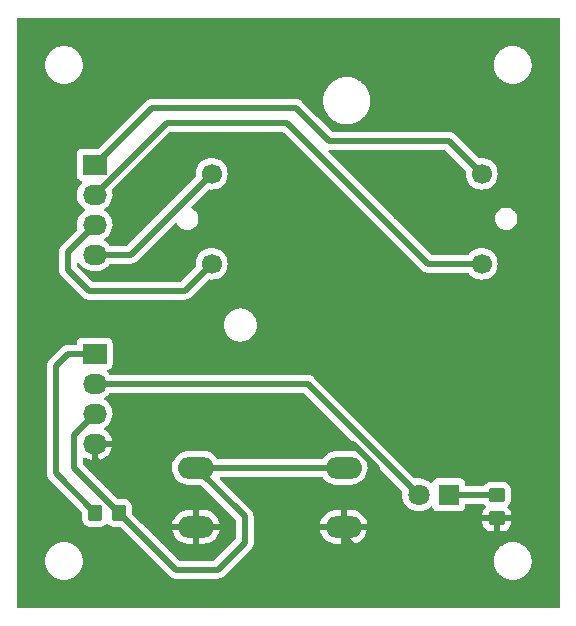
<source format=gbr>
%TF.GenerationSoftware,KiCad,Pcbnew,7.0.9*%
%TF.CreationDate,2024-02-19T15:29:43-08:00*%
%TF.ProjectId,display_rasp,64697370-6c61-4795-9f72-6173702e6b69,rev?*%
%TF.SameCoordinates,Original*%
%TF.FileFunction,Copper,L1,Top*%
%TF.FilePolarity,Positive*%
%FSLAX46Y46*%
G04 Gerber Fmt 4.6, Leading zero omitted, Abs format (unit mm)*
G04 Created by KiCad (PCBNEW 7.0.9) date 2024-02-19 15:29:43*
%MOMM*%
%LPD*%
G01*
G04 APERTURE LIST*
G04 Aperture macros list*
%AMRoundRect*
0 Rectangle with rounded corners*
0 $1 Rounding radius*
0 $2 $3 $4 $5 $6 $7 $8 $9 X,Y pos of 4 corners*
0 Add a 4 corners polygon primitive as box body*
4,1,4,$2,$3,$4,$5,$6,$7,$8,$9,$2,$3,0*
0 Add four circle primitives for the rounded corners*
1,1,$1+$1,$2,$3*
1,1,$1+$1,$4,$5*
1,1,$1+$1,$6,$7*
1,1,$1+$1,$8,$9*
0 Add four rect primitives between the rounded corners*
20,1,$1+$1,$2,$3,$4,$5,0*
20,1,$1+$1,$4,$5,$6,$7,0*
20,1,$1+$1,$6,$7,$8,$9,0*
20,1,$1+$1,$8,$9,$2,$3,0*%
G04 Aperture macros list end*
%TA.AperFunction,SMDPad,CuDef*%
%ADD10RoundRect,0.250000X-0.450000X0.350000X-0.450000X-0.350000X0.450000X-0.350000X0.450000X0.350000X0*%
%TD*%
%TA.AperFunction,ComponentPad*%
%ADD11C,1.700000*%
%TD*%
%TA.AperFunction,ComponentPad*%
%ADD12O,3.048000X1.850000*%
%TD*%
%TA.AperFunction,ComponentPad*%
%ADD13R,1.800000X1.800000*%
%TD*%
%TA.AperFunction,ComponentPad*%
%ADD14C,1.800000*%
%TD*%
%TA.AperFunction,SMDPad,CuDef*%
%ADD15RoundRect,0.250000X-0.350000X-0.450000X0.350000X-0.450000X0.350000X0.450000X-0.350000X0.450000X0*%
%TD*%
%TA.AperFunction,ComponentPad*%
%ADD16R,2.030000X1.730000*%
%TD*%
%TA.AperFunction,ComponentPad*%
%ADD17O,2.030000X1.730000*%
%TD*%
%TA.AperFunction,Conductor*%
%ADD18C,0.500000*%
%TD*%
%TA.AperFunction,Conductor*%
%ADD19C,0.250000*%
%TD*%
G04 APERTURE END LIST*
D10*
%TO.P,R1,1*%
%TO.N,Net-(D1-K)*%
X151638000Y-120396000D03*
%TO.P,R1,2*%
%TO.N,GND*%
X151638000Y-122396000D03*
%TD*%
D11*
%TO.P,M1,1*%
%TO.N,/GPIO17*%
X150368000Y-93218000D03*
%TO.P,M1,2,-*%
%TO.N,/GPIO27*%
X150368000Y-100838000D03*
%TO.P,M1,3*%
%TO.N,/GPIO22*%
X127508000Y-100838000D03*
%TO.P,M1,4*%
%TO.N,/GPIO23*%
X127508000Y-93218000D03*
%TD*%
D12*
%TO.P,SW1,1,A*%
%TO.N,/BUTTON*%
X126184000Y-118110000D03*
X138684000Y-118110000D03*
%TO.P,SW1,2,B*%
%TO.N,GND*%
X126184000Y-123110000D03*
X138684000Y-123110000D03*
%TD*%
D13*
%TO.P,D1,1,K*%
%TO.N,Net-(D1-K)*%
X147574000Y-120396000D03*
D14*
%TO.P,D1,2,A*%
%TO.N,/LED*%
X145034000Y-120396000D03*
%TD*%
D15*
%TO.P,R2,1*%
%TO.N,/VCC*%
X117634000Y-121920000D03*
%TO.P,R2,2*%
%TO.N,/BUTTON*%
X119634000Y-121920000D03*
%TD*%
D16*
%TO.P,J1,1,Pin_1*%
%TO.N,/GPIO17*%
X117602000Y-92456000D03*
D17*
%TO.P,J1,2,Pin_2*%
%TO.N,/GPIO27*%
X117602000Y-94996000D03*
%TO.P,J1,3,Pin_3*%
%TO.N,/GPIO22*%
X117602000Y-97536000D03*
%TO.P,J1,4,Pin_4*%
%TO.N,/GPIO23*%
X117602000Y-100076000D03*
%TD*%
D16*
%TO.P,J2,1,Pin_1*%
%TO.N,/VCC*%
X117602000Y-108458000D03*
D17*
%TO.P,J2,2,Pin_2*%
%TO.N,/LED*%
X117602000Y-110998000D03*
%TO.P,J2,3,Pin_3*%
%TO.N,/BUTTON*%
X117602000Y-113538000D03*
%TO.P,J2,4,Pin_4*%
%TO.N,GND*%
X117602000Y-116078000D03*
%TD*%
D18*
%TO.N,Net-(D1-K)*%
X147574000Y-120396000D02*
X151638000Y-120396000D01*
%TO.N,/LED*%
X135636000Y-110998000D02*
X145034000Y-120396000D01*
X117602000Y-110998000D02*
X135636000Y-110998000D01*
%TO.N,/GPIO17*%
X147574000Y-90424000D02*
X150368000Y-93218000D01*
X122428000Y-87630000D02*
X134620000Y-87630000D01*
X137414000Y-90424000D02*
X147574000Y-90424000D01*
X134620000Y-87630000D02*
X137414000Y-90424000D01*
X117602000Y-92456000D02*
X122428000Y-87630000D01*
%TO.N,/GPIO27*%
X117602000Y-94996000D02*
X123698000Y-88900000D01*
X123698000Y-88900000D02*
X133858000Y-88900000D01*
X133858000Y-88900000D02*
X145796000Y-100838000D01*
X145796000Y-100838000D02*
X150368000Y-100838000D01*
%TO.N,/GPIO22*%
X117602000Y-97536000D02*
X115316000Y-99822000D01*
X115316000Y-99822000D02*
X115316000Y-101346000D01*
X115316000Y-101346000D02*
X117094000Y-103124000D01*
X117094000Y-103124000D02*
X125222000Y-103124000D01*
X125222000Y-103124000D02*
X127508000Y-100838000D01*
%TO.N,/GPIO23*%
X120650000Y-100076000D02*
X127508000Y-93218000D01*
X117602000Y-100076000D02*
X120650000Y-100076000D01*
%TO.N,/VCC*%
X115316000Y-108458000D02*
X114300000Y-109474000D01*
X114300000Y-118586000D02*
X117634000Y-121920000D01*
X114300000Y-109474000D02*
X114300000Y-118586000D01*
X117602000Y-108458000D02*
X115316000Y-108458000D01*
%TO.N,/BUTTON*%
X130302000Y-124460000D02*
X128016000Y-126746000D01*
X124460000Y-126746000D02*
X119634000Y-121920000D01*
X115824000Y-118110000D02*
X119634000Y-121920000D01*
X115824000Y-115316000D02*
X115824000Y-118110000D01*
X126184000Y-118110000D02*
X130302000Y-122228000D01*
X128016000Y-126746000D02*
X124460000Y-126746000D01*
D19*
X127762000Y-118110000D02*
X126184000Y-118110000D01*
D18*
X130302000Y-122228000D02*
X130302000Y-124460000D01*
X126184000Y-118110000D02*
X138684000Y-118110000D01*
X117602000Y-113538000D02*
X115824000Y-115316000D01*
%TO.N,GND*%
X150114000Y-125730000D02*
X151638000Y-124206000D01*
X117602000Y-116078000D02*
X139446000Y-116078000D01*
D19*
X117602000Y-116078000D02*
X119152000Y-116078000D01*
D18*
X123364000Y-123110000D02*
X126184000Y-123110000D01*
X140462000Y-125730000D02*
X150114000Y-125730000D01*
X138684000Y-123952000D02*
X140462000Y-125730000D01*
X117602000Y-116078000D02*
X117602000Y-117348000D01*
X138684000Y-123110000D02*
X141050000Y-123110000D01*
X117602000Y-117348000D02*
X123364000Y-123110000D01*
D19*
X138684000Y-123110000D02*
X138684000Y-123952000D01*
D18*
X141478000Y-118110000D02*
X141478000Y-122682000D01*
X139446000Y-116078000D02*
X141478000Y-118110000D01*
X141050000Y-123110000D02*
X141478000Y-122682000D01*
X151638000Y-124206000D02*
X151638000Y-122396000D01*
%TD*%
%TA.AperFunction,Conductor*%
%TO.N,GND*%
G36*
X156942539Y-80020185D02*
G01*
X156988294Y-80072989D01*
X156999500Y-80124500D01*
X156999500Y-129875500D01*
X156979815Y-129942539D01*
X156927011Y-129988294D01*
X156875500Y-129999500D01*
X111124500Y-129999500D01*
X111057461Y-129979815D01*
X111011706Y-129927011D01*
X111000500Y-129875500D01*
X111000500Y-125999999D01*
X113394551Y-125999999D01*
X113402275Y-126098142D01*
X113402466Y-126103008D01*
X113402466Y-126125734D01*
X113406019Y-126148167D01*
X113406592Y-126153002D01*
X113410603Y-126203959D01*
X113414317Y-126251148D01*
X113414317Y-126251151D01*
X113414318Y-126251153D01*
X113437296Y-126346867D01*
X113438246Y-126351642D01*
X113441801Y-126374090D01*
X113448824Y-126395705D01*
X113450146Y-126400390D01*
X113473127Y-126496114D01*
X113510797Y-126587057D01*
X113512482Y-126591623D01*
X113518170Y-126609126D01*
X113519507Y-126613240D01*
X113519508Y-126613243D01*
X113519509Y-126613244D01*
X113529821Y-126633484D01*
X113531858Y-126637904D01*
X113569532Y-126728857D01*
X113620973Y-126812803D01*
X113623351Y-126817048D01*
X113630514Y-126831104D01*
X113633666Y-126837290D01*
X113633667Y-126837292D01*
X113647017Y-126855667D01*
X113649722Y-126859714D01*
X113699021Y-126940163D01*
X113701164Y-126943659D01*
X113701171Y-126943667D01*
X113765094Y-127018511D01*
X113768107Y-127022332D01*
X113781469Y-127040724D01*
X113797547Y-127056802D01*
X113800832Y-127060355D01*
X113864776Y-127135224D01*
X113939639Y-127199163D01*
X113943202Y-127202457D01*
X113959276Y-127218531D01*
X113977311Y-127231634D01*
X113977665Y-127231891D01*
X113981471Y-127234891D01*
X114056341Y-127298836D01*
X114056343Y-127298837D01*
X114056344Y-127298838D01*
X114056345Y-127298839D01*
X114140277Y-127350272D01*
X114144325Y-127352977D01*
X114144335Y-127352984D01*
X114162710Y-127366334D01*
X114182961Y-127376652D01*
X114187179Y-127379014D01*
X114271141Y-127430466D01*
X114271143Y-127430466D01*
X114271145Y-127430468D01*
X114312908Y-127447766D01*
X114362101Y-127468142D01*
X114366515Y-127470178D01*
X114374608Y-127474301D01*
X114386760Y-127480493D01*
X114408380Y-127487517D01*
X114412923Y-127489194D01*
X114503889Y-127526873D01*
X114599627Y-127549857D01*
X114604289Y-127551172D01*
X114625910Y-127558198D01*
X114625911Y-127558198D01*
X114625914Y-127558199D01*
X114634646Y-127559581D01*
X114648367Y-127561754D01*
X114653107Y-127562696D01*
X114748852Y-127585683D01*
X114847024Y-127593409D01*
X114851795Y-127593974D01*
X114874271Y-127597534D01*
X114874275Y-127597534D01*
X114896992Y-127597534D01*
X114901858Y-127597725D01*
X115000000Y-127605449D01*
X115098142Y-127597725D01*
X115103008Y-127597534D01*
X115125725Y-127597534D01*
X115125729Y-127597534D01*
X115148204Y-127593974D01*
X115152975Y-127593409D01*
X115251148Y-127585683D01*
X115346897Y-127562695D01*
X115351627Y-127561755D01*
X115374090Y-127558198D01*
X115395737Y-127551164D01*
X115400351Y-127549862D01*
X115496111Y-127526873D01*
X115587090Y-127489188D01*
X115591599Y-127487524D01*
X115613240Y-127480493D01*
X115633508Y-127470165D01*
X115637863Y-127468157D01*
X115728859Y-127430466D01*
X115812833Y-127379006D01*
X115817018Y-127376662D01*
X115837290Y-127366334D01*
X115855684Y-127352969D01*
X115859707Y-127350281D01*
X115943659Y-127298836D01*
X116018547Y-127234875D01*
X116022314Y-127231906D01*
X116040724Y-127218531D01*
X116056819Y-127202435D01*
X116060347Y-127199174D01*
X116135224Y-127135224D01*
X116199174Y-127060347D01*
X116202435Y-127056819D01*
X116218531Y-127040724D01*
X116231906Y-127022314D01*
X116234875Y-127018547D01*
X116298836Y-126943659D01*
X116350281Y-126859707D01*
X116352969Y-126855684D01*
X116366334Y-126837290D01*
X116376662Y-126817018D01*
X116379006Y-126812833D01*
X116430466Y-126728859D01*
X116468157Y-126637863D01*
X116470165Y-126633508D01*
X116480493Y-126613240D01*
X116487524Y-126591599D01*
X116489188Y-126587090D01*
X116526873Y-126496111D01*
X116549862Y-126400351D01*
X116551164Y-126395737D01*
X116558198Y-126374090D01*
X116561755Y-126351627D01*
X116562695Y-126346897D01*
X116585683Y-126251148D01*
X116593409Y-126152978D01*
X116593974Y-126148201D01*
X116597534Y-126125729D01*
X116598155Y-126094043D01*
X116598334Y-126090401D01*
X116605449Y-126000000D01*
X116598333Y-125909593D01*
X116598155Y-125905946D01*
X116597979Y-125896990D01*
X116597534Y-125874271D01*
X116593974Y-125851798D01*
X116593409Y-125847021D01*
X116585683Y-125748852D01*
X116562696Y-125653107D01*
X116561753Y-125648357D01*
X116558198Y-125625913D01*
X116558198Y-125625911D01*
X116558195Y-125625903D01*
X116551172Y-125604289D01*
X116549857Y-125599627D01*
X116526873Y-125503889D01*
X116489194Y-125412923D01*
X116487517Y-125408380D01*
X116480493Y-125386760D01*
X116470178Y-125366515D01*
X116468139Y-125362093D01*
X116430468Y-125271145D01*
X116430466Y-125271141D01*
X116379014Y-125187179D01*
X116376649Y-125182955D01*
X116366337Y-125162716D01*
X116366334Y-125162710D01*
X116358039Y-125151293D01*
X116352977Y-125144325D01*
X116350272Y-125140277D01*
X116298839Y-125056345D01*
X116298838Y-125056344D01*
X116298837Y-125056343D01*
X116298836Y-125056341D01*
X116234891Y-124981471D01*
X116231891Y-124977665D01*
X116218531Y-124959276D01*
X116202453Y-124943198D01*
X116199163Y-124939639D01*
X116135224Y-124864776D01*
X116060355Y-124800832D01*
X116056799Y-124797544D01*
X116040724Y-124781469D01*
X116022332Y-124768107D01*
X116018511Y-124765094D01*
X115955929Y-124711644D01*
X115943659Y-124701164D01*
X115943654Y-124701161D01*
X115943653Y-124701160D01*
X115859714Y-124649722D01*
X115855667Y-124647017D01*
X115837292Y-124633667D01*
X115837290Y-124633666D01*
X115831104Y-124630514D01*
X115817048Y-124623351D01*
X115812803Y-124620973D01*
X115728857Y-124569532D01*
X115637904Y-124531858D01*
X115633484Y-124529821D01*
X115613244Y-124519509D01*
X115613243Y-124519508D01*
X115613240Y-124519507D01*
X115609126Y-124518170D01*
X115591623Y-124512482D01*
X115587057Y-124510797D01*
X115496114Y-124473127D01*
X115400390Y-124450146D01*
X115395705Y-124448824D01*
X115374090Y-124441801D01*
X115351642Y-124438246D01*
X115346867Y-124437296D01*
X115251152Y-124414318D01*
X115251153Y-124414318D01*
X115251151Y-124414317D01*
X115251148Y-124414317D01*
X115203959Y-124410603D01*
X115153002Y-124406592D01*
X115148167Y-124406019D01*
X115125734Y-124402466D01*
X115125729Y-124402466D01*
X115103008Y-124402466D01*
X115098142Y-124402275D01*
X115000000Y-124394551D01*
X114901858Y-124402275D01*
X114896992Y-124402466D01*
X114874271Y-124402466D01*
X114851833Y-124406019D01*
X114846998Y-124406592D01*
X114748851Y-124414317D01*
X114748844Y-124414318D01*
X114653132Y-124437296D01*
X114648357Y-124438246D01*
X114625913Y-124441801D01*
X114625903Y-124441803D01*
X114604299Y-124448823D01*
X114599612Y-124450145D01*
X114503891Y-124473125D01*
X114412938Y-124510799D01*
X114408373Y-124512483D01*
X114386757Y-124519507D01*
X114366515Y-124529820D01*
X114362098Y-124531856D01*
X114271141Y-124569534D01*
X114187201Y-124620970D01*
X114182958Y-124623347D01*
X114162716Y-124633662D01*
X114162708Y-124633667D01*
X114144330Y-124647018D01*
X114140286Y-124649720D01*
X114056339Y-124701165D01*
X113981482Y-124765098D01*
X113977660Y-124768111D01*
X113959276Y-124781469D01*
X113943198Y-124797544D01*
X113939626Y-124800846D01*
X113864775Y-124864775D01*
X113800846Y-124939626D01*
X113797544Y-124943198D01*
X113781469Y-124959276D01*
X113768111Y-124977660D01*
X113765098Y-124981482D01*
X113701165Y-125056339D01*
X113649720Y-125140286D01*
X113647018Y-125144330D01*
X113633667Y-125162708D01*
X113633662Y-125162716D01*
X113623347Y-125182958D01*
X113620970Y-125187201D01*
X113569534Y-125271141D01*
X113531856Y-125362098D01*
X113529820Y-125366515D01*
X113519507Y-125386757D01*
X113512483Y-125408373D01*
X113510799Y-125412938D01*
X113473125Y-125503891D01*
X113450145Y-125599612D01*
X113448823Y-125604299D01*
X113441803Y-125625903D01*
X113441801Y-125625913D01*
X113438246Y-125648357D01*
X113437296Y-125653132D01*
X113414318Y-125748844D01*
X113414317Y-125748851D01*
X113406592Y-125846998D01*
X113406019Y-125851833D01*
X113402466Y-125874270D01*
X113402466Y-125896990D01*
X113402275Y-125901856D01*
X113394551Y-125999999D01*
X111000500Y-125999999D01*
X111000500Y-118564025D01*
X113544710Y-118564025D01*
X113549264Y-118616064D01*
X113549500Y-118621470D01*
X113549500Y-118629709D01*
X113551103Y-118643429D01*
X113553306Y-118662274D01*
X113560000Y-118738791D01*
X113561461Y-118745867D01*
X113561403Y-118745878D01*
X113563034Y-118753237D01*
X113563092Y-118753224D01*
X113564757Y-118760250D01*
X113591025Y-118832424D01*
X113615185Y-118905331D01*
X113618236Y-118911874D01*
X113618182Y-118911898D01*
X113621470Y-118918688D01*
X113621521Y-118918663D01*
X113624761Y-118925113D01*
X113624762Y-118925114D01*
X113624763Y-118925117D01*
X113648175Y-118960713D01*
X113666965Y-118989283D01*
X113707287Y-119054655D01*
X113711766Y-119060319D01*
X113711719Y-119060356D01*
X113716482Y-119066202D01*
X113716528Y-119066164D01*
X113721173Y-119071700D01*
X113777017Y-119124385D01*
X116497181Y-121844549D01*
X116530666Y-121905872D01*
X116533500Y-121932230D01*
X116533500Y-122420001D01*
X116533501Y-122420019D01*
X116544000Y-122522796D01*
X116544001Y-122522799D01*
X116599185Y-122689331D01*
X116599187Y-122689336D01*
X116600347Y-122691217D01*
X116691288Y-122838656D01*
X116815344Y-122962712D01*
X116964666Y-123054814D01*
X117131203Y-123109999D01*
X117233991Y-123120500D01*
X118034008Y-123120499D01*
X118034016Y-123120498D01*
X118034019Y-123120498D01*
X118090302Y-123114748D01*
X118136797Y-123109999D01*
X118303334Y-123054814D01*
X118452656Y-122962712D01*
X118546319Y-122869049D01*
X118607642Y-122835564D01*
X118677334Y-122840548D01*
X118721681Y-122869049D01*
X118815344Y-122962712D01*
X118964666Y-123054814D01*
X119131203Y-123109999D01*
X119233991Y-123120500D01*
X119721769Y-123120499D01*
X119788808Y-123140183D01*
X119809450Y-123156818D01*
X123884267Y-127231634D01*
X123896048Y-127245266D01*
X123910390Y-127264530D01*
X123950420Y-127298119D01*
X123954392Y-127301759D01*
X123960224Y-127307591D01*
X123960227Y-127307594D01*
X123985947Y-127327931D01*
X124044788Y-127377304D01*
X124050818Y-127381270D01*
X124050785Y-127381319D01*
X124057143Y-127385369D01*
X124057175Y-127385319D01*
X124063320Y-127389109D01*
X124063323Y-127389111D01*
X124132936Y-127421572D01*
X124201567Y-127456040D01*
X124201572Y-127456041D01*
X124208361Y-127458513D01*
X124208340Y-127458570D01*
X124215455Y-127461043D01*
X124215475Y-127460986D01*
X124222330Y-127463258D01*
X124297558Y-127478790D01*
X124372279Y-127496500D01*
X124372289Y-127496500D01*
X124379452Y-127497338D01*
X124379444Y-127497397D01*
X124386945Y-127498164D01*
X124386951Y-127498105D01*
X124394140Y-127498734D01*
X124394144Y-127498733D01*
X124394145Y-127498734D01*
X124470918Y-127496500D01*
X127952295Y-127496500D01*
X127970265Y-127497809D01*
X127994023Y-127501289D01*
X128046068Y-127496735D01*
X128051470Y-127496500D01*
X128059704Y-127496500D01*
X128059709Y-127496500D01*
X128071327Y-127495141D01*
X128092276Y-127492693D01*
X128105028Y-127491577D01*
X128168797Y-127485999D01*
X128168805Y-127485996D01*
X128175866Y-127484539D01*
X128175878Y-127484598D01*
X128183243Y-127482965D01*
X128183229Y-127482906D01*
X128190246Y-127481241D01*
X128190255Y-127481241D01*
X128262423Y-127454974D01*
X128335334Y-127430814D01*
X128335343Y-127430807D01*
X128341882Y-127427760D01*
X128341908Y-127427816D01*
X128348690Y-127424532D01*
X128348663Y-127424478D01*
X128355106Y-127421240D01*
X128355117Y-127421237D01*
X128419283Y-127379034D01*
X128484656Y-127338712D01*
X128484662Y-127338705D01*
X128490325Y-127334229D01*
X128490362Y-127334277D01*
X128496204Y-127329518D01*
X128496164Y-127329471D01*
X128501686Y-127324836D01*
X128501696Y-127324830D01*
X128526904Y-127298111D01*
X128554386Y-127268982D01*
X129823368Y-125999999D01*
X151394551Y-125999999D01*
X151402275Y-126098142D01*
X151402466Y-126103008D01*
X151402466Y-126125734D01*
X151406019Y-126148167D01*
X151406592Y-126153002D01*
X151410603Y-126203959D01*
X151414317Y-126251148D01*
X151414317Y-126251151D01*
X151414318Y-126251153D01*
X151437296Y-126346867D01*
X151438246Y-126351642D01*
X151441801Y-126374090D01*
X151448824Y-126395705D01*
X151450146Y-126400390D01*
X151473127Y-126496114D01*
X151510797Y-126587057D01*
X151512482Y-126591623D01*
X151518170Y-126609126D01*
X151519507Y-126613240D01*
X151519508Y-126613243D01*
X151519509Y-126613244D01*
X151529821Y-126633484D01*
X151531858Y-126637904D01*
X151569532Y-126728857D01*
X151620973Y-126812803D01*
X151623351Y-126817048D01*
X151630514Y-126831104D01*
X151633666Y-126837290D01*
X151633667Y-126837292D01*
X151647017Y-126855667D01*
X151649722Y-126859714D01*
X151699021Y-126940163D01*
X151701164Y-126943659D01*
X151701171Y-126943667D01*
X151765094Y-127018511D01*
X151768107Y-127022332D01*
X151781469Y-127040724D01*
X151797547Y-127056802D01*
X151800832Y-127060355D01*
X151864776Y-127135224D01*
X151939639Y-127199163D01*
X151943202Y-127202457D01*
X151959276Y-127218531D01*
X151977311Y-127231634D01*
X151977665Y-127231891D01*
X151981471Y-127234891D01*
X152056341Y-127298836D01*
X152056343Y-127298837D01*
X152056344Y-127298838D01*
X152056345Y-127298839D01*
X152140277Y-127350272D01*
X152144325Y-127352977D01*
X152144335Y-127352984D01*
X152162710Y-127366334D01*
X152182961Y-127376652D01*
X152187179Y-127379014D01*
X152271141Y-127430466D01*
X152271143Y-127430466D01*
X152271145Y-127430468D01*
X152312908Y-127447766D01*
X152362101Y-127468142D01*
X152366515Y-127470178D01*
X152374608Y-127474301D01*
X152386760Y-127480493D01*
X152408380Y-127487517D01*
X152412923Y-127489194D01*
X152503889Y-127526873D01*
X152599627Y-127549857D01*
X152604289Y-127551172D01*
X152625910Y-127558198D01*
X152625911Y-127558198D01*
X152625914Y-127558199D01*
X152634646Y-127559581D01*
X152648367Y-127561754D01*
X152653107Y-127562696D01*
X152748852Y-127585683D01*
X152847024Y-127593409D01*
X152851795Y-127593974D01*
X152874271Y-127597534D01*
X152874275Y-127597534D01*
X152896992Y-127597534D01*
X152901858Y-127597725D01*
X153000000Y-127605449D01*
X153098142Y-127597725D01*
X153103008Y-127597534D01*
X153125725Y-127597534D01*
X153125729Y-127597534D01*
X153148204Y-127593974D01*
X153152975Y-127593409D01*
X153251148Y-127585683D01*
X153346897Y-127562695D01*
X153351627Y-127561755D01*
X153374090Y-127558198D01*
X153395737Y-127551164D01*
X153400351Y-127549862D01*
X153496111Y-127526873D01*
X153587090Y-127489188D01*
X153591599Y-127487524D01*
X153613240Y-127480493D01*
X153633508Y-127470165D01*
X153637863Y-127468157D01*
X153728859Y-127430466D01*
X153812833Y-127379006D01*
X153817018Y-127376662D01*
X153837290Y-127366334D01*
X153855684Y-127352969D01*
X153859707Y-127350281D01*
X153943659Y-127298836D01*
X154018547Y-127234875D01*
X154022314Y-127231906D01*
X154040724Y-127218531D01*
X154056819Y-127202435D01*
X154060347Y-127199174D01*
X154135224Y-127135224D01*
X154199174Y-127060347D01*
X154202435Y-127056819D01*
X154218531Y-127040724D01*
X154231906Y-127022314D01*
X154234875Y-127018547D01*
X154298836Y-126943659D01*
X154350281Y-126859707D01*
X154352969Y-126855684D01*
X154366334Y-126837290D01*
X154376662Y-126817018D01*
X154379006Y-126812833D01*
X154430466Y-126728859D01*
X154468157Y-126637863D01*
X154470165Y-126633508D01*
X154480493Y-126613240D01*
X154487524Y-126591599D01*
X154489188Y-126587090D01*
X154526873Y-126496111D01*
X154549862Y-126400351D01*
X154551164Y-126395737D01*
X154558198Y-126374090D01*
X154561755Y-126351627D01*
X154562695Y-126346897D01*
X154585683Y-126251148D01*
X154593409Y-126152978D01*
X154593974Y-126148201D01*
X154597534Y-126125729D01*
X154598155Y-126094043D01*
X154598334Y-126090401D01*
X154605449Y-126000000D01*
X154598333Y-125909593D01*
X154598155Y-125905946D01*
X154597979Y-125896990D01*
X154597534Y-125874271D01*
X154593974Y-125851798D01*
X154593409Y-125847021D01*
X154585683Y-125748852D01*
X154562696Y-125653107D01*
X154561753Y-125648357D01*
X154558198Y-125625913D01*
X154558198Y-125625911D01*
X154558195Y-125625903D01*
X154551172Y-125604289D01*
X154549857Y-125599627D01*
X154526873Y-125503889D01*
X154489194Y-125412923D01*
X154487517Y-125408380D01*
X154480493Y-125386760D01*
X154470178Y-125366515D01*
X154468139Y-125362093D01*
X154430468Y-125271145D01*
X154430466Y-125271141D01*
X154379014Y-125187179D01*
X154376649Y-125182955D01*
X154366337Y-125162716D01*
X154366334Y-125162710D01*
X154358039Y-125151293D01*
X154352977Y-125144325D01*
X154350272Y-125140277D01*
X154298839Y-125056345D01*
X154298838Y-125056344D01*
X154298837Y-125056343D01*
X154298836Y-125056341D01*
X154234891Y-124981471D01*
X154231891Y-124977665D01*
X154218531Y-124959276D01*
X154202453Y-124943198D01*
X154199163Y-124939639D01*
X154135224Y-124864776D01*
X154060355Y-124800832D01*
X154056799Y-124797544D01*
X154040724Y-124781469D01*
X154022332Y-124768107D01*
X154018511Y-124765094D01*
X153955929Y-124711644D01*
X153943659Y-124701164D01*
X153943654Y-124701161D01*
X153943653Y-124701160D01*
X153859714Y-124649722D01*
X153855667Y-124647017D01*
X153837292Y-124633667D01*
X153837290Y-124633666D01*
X153831104Y-124630514D01*
X153817048Y-124623351D01*
X153812803Y-124620973D01*
X153728857Y-124569532D01*
X153637904Y-124531858D01*
X153633484Y-124529821D01*
X153613244Y-124519509D01*
X153613243Y-124519508D01*
X153613240Y-124519507D01*
X153609126Y-124518170D01*
X153591623Y-124512482D01*
X153587057Y-124510797D01*
X153496114Y-124473127D01*
X153400390Y-124450146D01*
X153395705Y-124448824D01*
X153374090Y-124441801D01*
X153351642Y-124438246D01*
X153346867Y-124437296D01*
X153251152Y-124414318D01*
X153251153Y-124414318D01*
X153251151Y-124414317D01*
X153251148Y-124414317D01*
X153203959Y-124410603D01*
X153153002Y-124406592D01*
X153148167Y-124406019D01*
X153125734Y-124402466D01*
X153125729Y-124402466D01*
X153103008Y-124402466D01*
X153098142Y-124402275D01*
X153000000Y-124394551D01*
X152901858Y-124402275D01*
X152896992Y-124402466D01*
X152874271Y-124402466D01*
X152851833Y-124406019D01*
X152846998Y-124406592D01*
X152748851Y-124414317D01*
X152748844Y-124414318D01*
X152653132Y-124437296D01*
X152648357Y-124438246D01*
X152625913Y-124441801D01*
X152625903Y-124441803D01*
X152604299Y-124448823D01*
X152599612Y-124450145D01*
X152503891Y-124473125D01*
X152412938Y-124510799D01*
X152408373Y-124512483D01*
X152386757Y-124519507D01*
X152366515Y-124529820D01*
X152362098Y-124531856D01*
X152271141Y-124569534D01*
X152187201Y-124620970D01*
X152182958Y-124623347D01*
X152162716Y-124633662D01*
X152162708Y-124633667D01*
X152144330Y-124647018D01*
X152140286Y-124649720D01*
X152056339Y-124701165D01*
X151981482Y-124765098D01*
X151977660Y-124768111D01*
X151959276Y-124781469D01*
X151943198Y-124797544D01*
X151939626Y-124800846D01*
X151864775Y-124864775D01*
X151800846Y-124939626D01*
X151797544Y-124943198D01*
X151781469Y-124959276D01*
X151768111Y-124977660D01*
X151765098Y-124981482D01*
X151701165Y-125056339D01*
X151649720Y-125140286D01*
X151647018Y-125144330D01*
X151633667Y-125162708D01*
X151633662Y-125162716D01*
X151623347Y-125182958D01*
X151620970Y-125187201D01*
X151569534Y-125271141D01*
X151531856Y-125362098D01*
X151529820Y-125366515D01*
X151519507Y-125386757D01*
X151512483Y-125408373D01*
X151510799Y-125412938D01*
X151473125Y-125503891D01*
X151450145Y-125599612D01*
X151448823Y-125604299D01*
X151441803Y-125625903D01*
X151441801Y-125625913D01*
X151438246Y-125648357D01*
X151437296Y-125653132D01*
X151414318Y-125748844D01*
X151414317Y-125748851D01*
X151406592Y-125846998D01*
X151406019Y-125851833D01*
X151402466Y-125874270D01*
X151402466Y-125896990D01*
X151402275Y-125901856D01*
X151394551Y-125999999D01*
X129823368Y-125999999D01*
X130414993Y-125408373D01*
X130787638Y-125035727D01*
X130801267Y-125023950D01*
X130820530Y-125009610D01*
X130820532Y-125009606D01*
X130820534Y-125009606D01*
X130847334Y-124977665D01*
X130854113Y-124969585D01*
X130857767Y-124965599D01*
X130863589Y-124959778D01*
X130883928Y-124934054D01*
X130889162Y-124927815D01*
X130933302Y-124875214D01*
X130933304Y-124875209D01*
X130937272Y-124869179D01*
X130937323Y-124869212D01*
X130941369Y-124862860D01*
X130941317Y-124862828D01*
X130945109Y-124856679D01*
X130945111Y-124856677D01*
X130977569Y-124787069D01*
X131012040Y-124718433D01*
X131012043Y-124718417D01*
X131014510Y-124711644D01*
X131014568Y-124711665D01*
X131017043Y-124704546D01*
X131016985Y-124704527D01*
X131019256Y-124697672D01*
X131032472Y-124633667D01*
X131034784Y-124622467D01*
X131052500Y-124547721D01*
X131052500Y-124547720D01*
X131053339Y-124540548D01*
X131053397Y-124540554D01*
X131054164Y-124533056D01*
X131054104Y-124533051D01*
X131054733Y-124525860D01*
X131052500Y-124449103D01*
X131052500Y-122859999D01*
X136680377Y-122859999D01*
X136680378Y-122860000D01*
X138083272Y-122860000D01*
X138060900Y-122907543D01*
X138030127Y-123068862D01*
X138040439Y-123232766D01*
X138081780Y-123360000D01*
X136681161Y-123360000D01*
X136717536Y-123528782D01*
X136717537Y-123528785D01*
X136807978Y-123753856D01*
X136935161Y-123960415D01*
X137095422Y-124142507D01*
X137095426Y-124142511D01*
X137284144Y-124294890D01*
X137284150Y-124294894D01*
X137495917Y-124413194D01*
X137724629Y-124494003D01*
X137724637Y-124494005D01*
X137963706Y-124534999D01*
X137963715Y-124535000D01*
X138434000Y-124535000D01*
X138434000Y-123714310D01*
X138442817Y-123719158D01*
X138601886Y-123760000D01*
X138724894Y-123760000D01*
X138846933Y-123744583D01*
X138934000Y-123710110D01*
X138934000Y-124535000D01*
X139343539Y-124535000D01*
X139524692Y-124519582D01*
X139759440Y-124458458D01*
X139980472Y-124358546D01*
X139980480Y-124358541D01*
X140181450Y-124222708D01*
X140181453Y-124222706D01*
X140356575Y-124054864D01*
X140356576Y-124054863D01*
X140500813Y-123859843D01*
X140610021Y-123643242D01*
X140681053Y-123411299D01*
X140687622Y-123360000D01*
X139284728Y-123360000D01*
X139307100Y-123312457D01*
X139337873Y-123151138D01*
X139327561Y-122987234D01*
X139286220Y-122860000D01*
X140686839Y-122860000D01*
X140650463Y-122691217D01*
X140650462Y-122691214D01*
X140632294Y-122646000D01*
X150438001Y-122646000D01*
X150438001Y-122795986D01*
X150448494Y-122898697D01*
X150503641Y-123065119D01*
X150503643Y-123065124D01*
X150595684Y-123214345D01*
X150719654Y-123338315D01*
X150868875Y-123430356D01*
X150868880Y-123430358D01*
X151035302Y-123485505D01*
X151035309Y-123485506D01*
X151138019Y-123495999D01*
X151387999Y-123495999D01*
X151388000Y-123495998D01*
X151388000Y-122646000D01*
X151888000Y-122646000D01*
X151888000Y-123495999D01*
X152137972Y-123495999D01*
X152137986Y-123495998D01*
X152240697Y-123485505D01*
X152407119Y-123430358D01*
X152407124Y-123430356D01*
X152556345Y-123338315D01*
X152680315Y-123214345D01*
X152772356Y-123065124D01*
X152772358Y-123065119D01*
X152827505Y-122898697D01*
X152827506Y-122898690D01*
X152837999Y-122795986D01*
X152838000Y-122795973D01*
X152838000Y-122646000D01*
X151888000Y-122646000D01*
X151388000Y-122646000D01*
X150438001Y-122646000D01*
X140632294Y-122646000D01*
X140560021Y-122466143D01*
X140432838Y-122259584D01*
X140272577Y-122077492D01*
X140272573Y-122077488D01*
X140083855Y-121925109D01*
X140083849Y-121925105D01*
X139872082Y-121806805D01*
X139643370Y-121725996D01*
X139643362Y-121725994D01*
X139404293Y-121685000D01*
X138934000Y-121685000D01*
X138934000Y-122505689D01*
X138925183Y-122500842D01*
X138766114Y-122460000D01*
X138643106Y-122460000D01*
X138521067Y-122475417D01*
X138434000Y-122509889D01*
X138434000Y-121685000D01*
X138024461Y-121685000D01*
X137843307Y-121700417D01*
X137608559Y-121761541D01*
X137387527Y-121861453D01*
X137387519Y-121861458D01*
X137186549Y-121997291D01*
X137186546Y-121997293D01*
X137011424Y-122165135D01*
X137011423Y-122165136D01*
X136867186Y-122360156D01*
X136757978Y-122576757D01*
X136686946Y-122808700D01*
X136680377Y-122859999D01*
X131052500Y-122859999D01*
X131052500Y-122291705D01*
X131053809Y-122273735D01*
X131057289Y-122249974D01*
X131052736Y-122197939D01*
X131052500Y-122192532D01*
X131052500Y-122184297D01*
X131052500Y-122184291D01*
X131048691Y-122151707D01*
X131041998Y-122075202D01*
X131041996Y-122075197D01*
X131040538Y-122068133D01*
X131040597Y-122068120D01*
X131038967Y-122060764D01*
X131038908Y-122060779D01*
X131037242Y-122053753D01*
X131037241Y-122053745D01*
X131010973Y-121981573D01*
X131003537Y-121959131D01*
X130986815Y-121908666D01*
X130983763Y-121902121D01*
X130983817Y-121902095D01*
X130980533Y-121895312D01*
X130980480Y-121895340D01*
X130977238Y-121888885D01*
X130959199Y-121861458D01*
X130935029Y-121824709D01*
X130894711Y-121759344D01*
X130894710Y-121759343D01*
X130894709Y-121759341D01*
X130890233Y-121753681D01*
X130890280Y-121753643D01*
X130885519Y-121747799D01*
X130885474Y-121747838D01*
X130880834Y-121742308D01*
X130878168Y-121739793D01*
X130863545Y-121725996D01*
X130824964Y-121689596D01*
X128207549Y-119072181D01*
X128174064Y-119010858D01*
X128179048Y-118941166D01*
X128220920Y-118885233D01*
X128286384Y-118860816D01*
X128295230Y-118860500D01*
X136803783Y-118860500D01*
X136870822Y-118880185D01*
X136909372Y-118919485D01*
X136934757Y-118960713D01*
X136934758Y-118960715D01*
X137095075Y-119142869D01*
X137095079Y-119142873D01*
X137283870Y-119295311D01*
X137495709Y-119413652D01*
X137495712Y-119413653D01*
X137724507Y-119494491D01*
X137724513Y-119494492D01*
X137963662Y-119535499D01*
X137963670Y-119535499D01*
X137963672Y-119535500D01*
X137963673Y-119535500D01*
X139343559Y-119535500D01*
X139524775Y-119520076D01*
X139524775Y-119520075D01*
X139524782Y-119520075D01*
X139759608Y-119458931D01*
X139759611Y-119458930D01*
X139980713Y-119358986D01*
X139980716Y-119358983D01*
X139980723Y-119358981D01*
X140181765Y-119223100D01*
X140356952Y-119055197D01*
X140501244Y-118860102D01*
X140610488Y-118643429D01*
X140681543Y-118411409D01*
X140712365Y-118170719D01*
X140711642Y-118153709D01*
X140702066Y-117928284D01*
X140702066Y-117928280D01*
X140676271Y-117808591D01*
X140650944Y-117691072D01*
X140560468Y-117465914D01*
X140433242Y-117259286D01*
X140272925Y-117077131D01*
X140272924Y-117077130D01*
X140272920Y-117077126D01*
X140084129Y-116924688D01*
X139872290Y-116806347D01*
X139643500Y-116725511D01*
X139643486Y-116725507D01*
X139404337Y-116684500D01*
X139404328Y-116684500D01*
X138024446Y-116684500D01*
X138024441Y-116684500D01*
X137843224Y-116699923D01*
X137843222Y-116699924D01*
X137608391Y-116761068D01*
X137608388Y-116761069D01*
X137387286Y-116861013D01*
X137387274Y-116861020D01*
X137186234Y-116996900D01*
X137186232Y-116996902D01*
X137011047Y-117164803D01*
X137011046Y-117164804D01*
X136904226Y-117309235D01*
X136848536Y-117351429D01*
X136804531Y-117359500D01*
X128064217Y-117359500D01*
X127997178Y-117339815D01*
X127958628Y-117300515D01*
X127933242Y-117259286D01*
X127933241Y-117259284D01*
X127772924Y-117077130D01*
X127772920Y-117077126D01*
X127584129Y-116924688D01*
X127372290Y-116806347D01*
X127143500Y-116725511D01*
X127143486Y-116725507D01*
X126904337Y-116684500D01*
X126904328Y-116684500D01*
X125524446Y-116684500D01*
X125524441Y-116684500D01*
X125343224Y-116699923D01*
X125343222Y-116699924D01*
X125108391Y-116761068D01*
X125108388Y-116761069D01*
X124887286Y-116861013D01*
X124887274Y-116861020D01*
X124686234Y-116996900D01*
X124686232Y-116996902D01*
X124511047Y-117164803D01*
X124511046Y-117164804D01*
X124366758Y-117359893D01*
X124257515Y-117576565D01*
X124257512Y-117576571D01*
X124186456Y-117808594D01*
X124155635Y-118049281D01*
X124165933Y-118291715D01*
X124165933Y-118291719D01*
X124217056Y-118528929D01*
X124217057Y-118528932D01*
X124307530Y-118754082D01*
X124307532Y-118754086D01*
X124355766Y-118832423D01*
X124434757Y-118960713D01*
X124595075Y-119142869D01*
X124595079Y-119142873D01*
X124783870Y-119295311D01*
X124995709Y-119413652D01*
X124995712Y-119413653D01*
X125224507Y-119494491D01*
X125224513Y-119494492D01*
X125463662Y-119535499D01*
X125463670Y-119535499D01*
X125463672Y-119535500D01*
X126496770Y-119535500D01*
X126563809Y-119555185D01*
X126584451Y-119571819D01*
X129515181Y-122502548D01*
X129548666Y-122563871D01*
X129551500Y-122590229D01*
X129551500Y-124097770D01*
X129531815Y-124164809D01*
X129515181Y-124185451D01*
X127741451Y-125959181D01*
X127680128Y-125992666D01*
X127653770Y-125995500D01*
X124822229Y-125995500D01*
X124755190Y-125975815D01*
X124734548Y-125959181D01*
X121635367Y-122859999D01*
X124180377Y-122859999D01*
X124180378Y-122860000D01*
X125583272Y-122860000D01*
X125560900Y-122907543D01*
X125530127Y-123068862D01*
X125540439Y-123232766D01*
X125581780Y-123360000D01*
X124181161Y-123360000D01*
X124217536Y-123528782D01*
X124217537Y-123528785D01*
X124307978Y-123753856D01*
X124435161Y-123960415D01*
X124595422Y-124142507D01*
X124595426Y-124142511D01*
X124784144Y-124294890D01*
X124784150Y-124294894D01*
X124995917Y-124413194D01*
X125224629Y-124494003D01*
X125224637Y-124494005D01*
X125463706Y-124534999D01*
X125463715Y-124535000D01*
X125934000Y-124535000D01*
X125934000Y-123714310D01*
X125942817Y-123719158D01*
X126101886Y-123760000D01*
X126224894Y-123760000D01*
X126346933Y-123744583D01*
X126434000Y-123710110D01*
X126434000Y-124535000D01*
X126843539Y-124535000D01*
X127024692Y-124519582D01*
X127259440Y-124458458D01*
X127480472Y-124358546D01*
X127480480Y-124358541D01*
X127681450Y-124222708D01*
X127681453Y-124222706D01*
X127856575Y-124054864D01*
X127856576Y-124054863D01*
X128000813Y-123859843D01*
X128110021Y-123643242D01*
X128181053Y-123411299D01*
X128187622Y-123360000D01*
X126784728Y-123360000D01*
X126807100Y-123312457D01*
X126837873Y-123151138D01*
X126827561Y-122987234D01*
X126786220Y-122860000D01*
X128186839Y-122860000D01*
X128150463Y-122691217D01*
X128150462Y-122691214D01*
X128060021Y-122466143D01*
X127932838Y-122259584D01*
X127772577Y-122077492D01*
X127772573Y-122077488D01*
X127583855Y-121925109D01*
X127583849Y-121925105D01*
X127372082Y-121806805D01*
X127143370Y-121725996D01*
X127143362Y-121725994D01*
X126904293Y-121685000D01*
X126434000Y-121685000D01*
X126434000Y-122505689D01*
X126425183Y-122500842D01*
X126266114Y-122460000D01*
X126143106Y-122460000D01*
X126021067Y-122475417D01*
X125934000Y-122509889D01*
X125934000Y-121685000D01*
X125524461Y-121685000D01*
X125343307Y-121700417D01*
X125108559Y-121761541D01*
X124887527Y-121861453D01*
X124887519Y-121861458D01*
X124686549Y-121997291D01*
X124686546Y-121997293D01*
X124511424Y-122165135D01*
X124511423Y-122165136D01*
X124367186Y-122360156D01*
X124257978Y-122576757D01*
X124186946Y-122808700D01*
X124180377Y-122859999D01*
X121635367Y-122859999D01*
X120770818Y-121995450D01*
X120737333Y-121934127D01*
X120734499Y-121907769D01*
X120734499Y-121419998D01*
X120734498Y-121419981D01*
X120723999Y-121317203D01*
X120723998Y-121317200D01*
X120690018Y-121214656D01*
X120668814Y-121150666D01*
X120576712Y-121001344D01*
X120452656Y-120877288D01*
X120359888Y-120820069D01*
X120303336Y-120785187D01*
X120303331Y-120785185D01*
X120301862Y-120784698D01*
X120136797Y-120730001D01*
X120136795Y-120730000D01*
X120034016Y-120719500D01*
X120034009Y-120719500D01*
X119546229Y-120719500D01*
X119479190Y-120699815D01*
X119458548Y-120683181D01*
X116610819Y-117835451D01*
X116577334Y-117774128D01*
X116574500Y-117747770D01*
X116574500Y-117362654D01*
X116594185Y-117295615D01*
X116646989Y-117249860D01*
X116716147Y-117239916D01*
X116758975Y-117254401D01*
X116887717Y-117326322D01*
X117106798Y-117403728D01*
X117106810Y-117403731D01*
X117335812Y-117442999D01*
X117335821Y-117443000D01*
X117352000Y-117443000D01*
X117352000Y-116524494D01*
X117456839Y-116572373D01*
X117565527Y-116588000D01*
X117638473Y-116588000D01*
X117747161Y-116572373D01*
X117852000Y-116524494D01*
X117852000Y-117439423D01*
X117983515Y-117428231D01*
X118208379Y-117369681D01*
X118420104Y-117273976D01*
X118420112Y-117273971D01*
X118612621Y-117143857D01*
X118612624Y-117143855D01*
X118780372Y-116983080D01*
X118780373Y-116983079D01*
X118918537Y-116796271D01*
X119023144Y-116588794D01*
X119023147Y-116588788D01*
X119091187Y-116366612D01*
X119096132Y-116328000D01*
X118047572Y-116328000D01*
X118070682Y-116292040D01*
X118112000Y-116151327D01*
X118112000Y-116004673D01*
X118070682Y-115863960D01*
X118047572Y-115828000D01*
X119094461Y-115828000D01*
X119094460Y-115827999D01*
X119061885Y-115676850D01*
X119061885Y-115676849D01*
X118975251Y-115461253D01*
X118853422Y-115263389D01*
X118699914Y-115088971D01*
X118699912Y-115088969D01*
X118519129Y-114942996D01*
X118519125Y-114942993D01*
X118471905Y-114916614D01*
X118422979Y-114866734D01*
X118408787Y-114798321D01*
X118433835Y-114733096D01*
X118462940Y-114705628D01*
X118612936Y-114604249D01*
X118780749Y-114443413D01*
X118918967Y-114256530D01*
X119023613Y-114048976D01*
X119091678Y-113826723D01*
X119121202Y-113596163D01*
X119111337Y-113363930D01*
X119062366Y-113136705D01*
X118975699Y-112921024D01*
X118853827Y-112723093D01*
X118700259Y-112548605D01*
X118700256Y-112548602D01*
X118700253Y-112548599D01*
X118519416Y-112402584D01*
X118519410Y-112402580D01*
X118472370Y-112376302D01*
X118423444Y-112326422D01*
X118409251Y-112258009D01*
X118434298Y-112192784D01*
X118463407Y-112165313D01*
X118510594Y-112133420D01*
X118612936Y-112064249D01*
X118780749Y-111903413D01*
X118858147Y-111798762D01*
X118913836Y-111756571D01*
X118957841Y-111748500D01*
X135273770Y-111748500D01*
X135340809Y-111768185D01*
X135361451Y-111784819D01*
X143616930Y-120040298D01*
X143650415Y-120101621D01*
X143649456Y-120158415D01*
X143647865Y-120164697D01*
X143628700Y-120395993D01*
X143628700Y-120396006D01*
X143647864Y-120627297D01*
X143647866Y-120627308D01*
X143704842Y-120852300D01*
X143798075Y-121064848D01*
X143925016Y-121259147D01*
X143925019Y-121259151D01*
X143925021Y-121259153D01*
X144082216Y-121429913D01*
X144082219Y-121429915D01*
X144082222Y-121429918D01*
X144265365Y-121572464D01*
X144265371Y-121572468D01*
X144265374Y-121572470D01*
X144469497Y-121682936D01*
X144583487Y-121722068D01*
X144689015Y-121758297D01*
X144689017Y-121758297D01*
X144689019Y-121758298D01*
X144917951Y-121796500D01*
X144917952Y-121796500D01*
X145150048Y-121796500D01*
X145150049Y-121796500D01*
X145378981Y-121758298D01*
X145598503Y-121682936D01*
X145802626Y-121572470D01*
X145985784Y-121429913D01*
X145994130Y-121420846D01*
X146054010Y-121384854D01*
X146123849Y-121386949D01*
X146181468Y-121426469D01*
X146201544Y-121461491D01*
X146230203Y-121538330D01*
X146230206Y-121538335D01*
X146316452Y-121653544D01*
X146316455Y-121653547D01*
X146431664Y-121739793D01*
X146431671Y-121739797D01*
X146566517Y-121790091D01*
X146566516Y-121790091D01*
X146573444Y-121790835D01*
X146626127Y-121796500D01*
X148521872Y-121796499D01*
X148581483Y-121790091D01*
X148716331Y-121739796D01*
X148831546Y-121653546D01*
X148917796Y-121538331D01*
X148968091Y-121403483D01*
X148974500Y-121343873D01*
X148974500Y-121270500D01*
X148994185Y-121203461D01*
X149046989Y-121157706D01*
X149098500Y-121146500D01*
X150484042Y-121146500D01*
X150551081Y-121166185D01*
X150589580Y-121205402D01*
X150595287Y-121214655D01*
X150689304Y-121308672D01*
X150722789Y-121369995D01*
X150717805Y-121439687D01*
X150689305Y-121484034D01*
X150595682Y-121577657D01*
X150503643Y-121726875D01*
X150503641Y-121726880D01*
X150448494Y-121893302D01*
X150448493Y-121893309D01*
X150438000Y-121996013D01*
X150438000Y-122146000D01*
X152837999Y-122146000D01*
X152837999Y-121996028D01*
X152837998Y-121996013D01*
X152827505Y-121893302D01*
X152772358Y-121726880D01*
X152772356Y-121726875D01*
X152680315Y-121577654D01*
X152586695Y-121484034D01*
X152553210Y-121422711D01*
X152558194Y-121353019D01*
X152586691Y-121308676D01*
X152680712Y-121214656D01*
X152772814Y-121065334D01*
X152827999Y-120898797D01*
X152838500Y-120796009D01*
X152838499Y-119995992D01*
X152827999Y-119893203D01*
X152772814Y-119726666D01*
X152680712Y-119577344D01*
X152556656Y-119453288D01*
X152407334Y-119361186D01*
X152240797Y-119306001D01*
X152240795Y-119306000D01*
X152138010Y-119295500D01*
X151137998Y-119295500D01*
X151137980Y-119295501D01*
X151035203Y-119306000D01*
X151035200Y-119306001D01*
X150868668Y-119361185D01*
X150868663Y-119361187D01*
X150719342Y-119453289D01*
X150595287Y-119577344D01*
X150589580Y-119586598D01*
X150537632Y-119633322D01*
X150484042Y-119645500D01*
X149098499Y-119645500D01*
X149031460Y-119625815D01*
X148985705Y-119573011D01*
X148974499Y-119521500D01*
X148974499Y-119448129D01*
X148974498Y-119448123D01*
X148970492Y-119410858D01*
X148968091Y-119388517D01*
X148958233Y-119362087D01*
X148917797Y-119253671D01*
X148917793Y-119253664D01*
X148831547Y-119138455D01*
X148831544Y-119138452D01*
X148716335Y-119052206D01*
X148716328Y-119052202D01*
X148581482Y-119001908D01*
X148581483Y-119001908D01*
X148521883Y-118995501D01*
X148521881Y-118995500D01*
X148521873Y-118995500D01*
X148521864Y-118995500D01*
X146626129Y-118995500D01*
X146626123Y-118995501D01*
X146566516Y-119001908D01*
X146431671Y-119052202D01*
X146431664Y-119052206D01*
X146316455Y-119138452D01*
X146316452Y-119138455D01*
X146230206Y-119253664D01*
X146230203Y-119253670D01*
X146201544Y-119330508D01*
X146159672Y-119386441D01*
X146094208Y-119410858D01*
X146025935Y-119396006D01*
X145994135Y-119371158D01*
X145985784Y-119362087D01*
X145985778Y-119362082D01*
X145985777Y-119362081D01*
X145802634Y-119219535D01*
X145802628Y-119219531D01*
X145598504Y-119109064D01*
X145598495Y-119109061D01*
X145378984Y-119033702D01*
X145188450Y-119001908D01*
X145150049Y-118995500D01*
X144917951Y-118995500D01*
X144789726Y-119016896D01*
X144720361Y-119008514D01*
X144681636Y-118982268D01*
X136211729Y-110512361D01*
X136199949Y-110498730D01*
X136191232Y-110487022D01*
X136185612Y-110479472D01*
X136185610Y-110479470D01*
X136145587Y-110445886D01*
X136141612Y-110442244D01*
X136138690Y-110439322D01*
X136135780Y-110436411D01*
X136110040Y-110416059D01*
X136051209Y-110366694D01*
X136045180Y-110362729D01*
X136045212Y-110362680D01*
X136038853Y-110358628D01*
X136038822Y-110358679D01*
X136032680Y-110354891D01*
X136032678Y-110354890D01*
X136032677Y-110354889D01*
X135993474Y-110336608D01*
X135963058Y-110322424D01*
X135928894Y-110305267D01*
X135894433Y-110287960D01*
X135894431Y-110287959D01*
X135894430Y-110287959D01*
X135887645Y-110285489D01*
X135887665Y-110285433D01*
X135880549Y-110282959D01*
X135880531Y-110283015D01*
X135873671Y-110280742D01*
X135845841Y-110274996D01*
X135798434Y-110265207D01*
X135749472Y-110253603D01*
X135723719Y-110247499D01*
X135716547Y-110246661D01*
X135716553Y-110246601D01*
X135709055Y-110245835D01*
X135709050Y-110245895D01*
X135701860Y-110245265D01*
X135625083Y-110247500D01*
X118962754Y-110247500D01*
X118895715Y-110227815D01*
X118857163Y-110188511D01*
X118853830Y-110183098D01*
X118853827Y-110183093D01*
X118700259Y-110008605D01*
X118700257Y-110008603D01*
X118698318Y-110006400D01*
X118668803Y-109943070D01*
X118678212Y-109873837D01*
X118723558Y-109820681D01*
X118748069Y-109808294D01*
X118859326Y-109766798D01*
X118859326Y-109766797D01*
X118859331Y-109766796D01*
X118974546Y-109680546D01*
X119060796Y-109565331D01*
X119111091Y-109430483D01*
X119117500Y-109370873D01*
X119117499Y-107545128D01*
X119111091Y-107485517D01*
X119090068Y-107429152D01*
X119060797Y-107350671D01*
X119060793Y-107350664D01*
X118974547Y-107235455D01*
X118974544Y-107235452D01*
X118859335Y-107149206D01*
X118859328Y-107149202D01*
X118724482Y-107098908D01*
X118724483Y-107098908D01*
X118664883Y-107092501D01*
X118664881Y-107092500D01*
X118664873Y-107092500D01*
X118664864Y-107092500D01*
X116539129Y-107092500D01*
X116539123Y-107092501D01*
X116479516Y-107098908D01*
X116344671Y-107149202D01*
X116344664Y-107149206D01*
X116229455Y-107235452D01*
X116229452Y-107235455D01*
X116143206Y-107350664D01*
X116143202Y-107350671D01*
X116092908Y-107485517D01*
X116086501Y-107545116D01*
X116086501Y-107545123D01*
X116086500Y-107545135D01*
X116086500Y-107583500D01*
X116066815Y-107650539D01*
X116014011Y-107696294D01*
X115962500Y-107707500D01*
X115379705Y-107707500D01*
X115361735Y-107706191D01*
X115337972Y-107702710D01*
X115292533Y-107706686D01*
X115285931Y-107707264D01*
X115280530Y-107707500D01*
X115272289Y-107707500D01*
X115250579Y-107710037D01*
X115239724Y-107711306D01*
X115224419Y-107712645D01*
X115163199Y-107718001D01*
X115156132Y-107719460D01*
X115156120Y-107719404D01*
X115148763Y-107721035D01*
X115148777Y-107721092D01*
X115141743Y-107722759D01*
X115069575Y-107749025D01*
X114996665Y-107773185D01*
X114990126Y-107776235D01*
X114990101Y-107776183D01*
X114983308Y-107779471D01*
X114983334Y-107779522D01*
X114976884Y-107782761D01*
X114912716Y-107824964D01*
X114847347Y-107865285D01*
X114841677Y-107869769D01*
X114841641Y-107869723D01*
X114835798Y-107874484D01*
X114835835Y-107874528D01*
X114830310Y-107879164D01*
X114777614Y-107935017D01*
X113814358Y-108898272D01*
X113800729Y-108910051D01*
X113781468Y-108924390D01*
X113747898Y-108964397D01*
X113744253Y-108968376D01*
X113738409Y-108974222D01*
X113718059Y-108999959D01*
X113668695Y-109058789D01*
X113664729Y-109064819D01*
X113664682Y-109064788D01*
X113660630Y-109071147D01*
X113660679Y-109071177D01*
X113656889Y-109077321D01*
X113624424Y-109146941D01*
X113589960Y-109215566D01*
X113587488Y-109222357D01*
X113587432Y-109222336D01*
X113584960Y-109229450D01*
X113585015Y-109229469D01*
X113582742Y-109236327D01*
X113580989Y-109244819D01*
X113567207Y-109311565D01*
X113554001Y-109367284D01*
X113549498Y-109386286D01*
X113548661Y-109393454D01*
X113548601Y-109393447D01*
X113547835Y-109400945D01*
X113547895Y-109400951D01*
X113547265Y-109408140D01*
X113549500Y-109484916D01*
X113549500Y-118522294D01*
X113548191Y-118540263D01*
X113544710Y-118564025D01*
X111000500Y-118564025D01*
X111000500Y-106028006D01*
X128532700Y-106028006D01*
X128551864Y-106259297D01*
X128551866Y-106259308D01*
X128608842Y-106484300D01*
X128702075Y-106696848D01*
X128829016Y-106891147D01*
X128829018Y-106891149D01*
X128829021Y-106891153D01*
X128986216Y-107061913D01*
X128986219Y-107061915D01*
X128986222Y-107061918D01*
X129169365Y-107204464D01*
X129169371Y-107204468D01*
X129169374Y-107204470D01*
X129373497Y-107314936D01*
X129410334Y-107327582D01*
X129413282Y-107328680D01*
X129415055Y-107329392D01*
X129415057Y-107329393D01*
X129420167Y-107330958D01*
X129490377Y-107355061D01*
X129593018Y-107390298D01*
X129602852Y-107391938D01*
X129634942Y-107397293D01*
X129641174Y-107398762D01*
X129642509Y-107399050D01*
X129642516Y-107399052D01*
X129655247Y-107400682D01*
X129821951Y-107428500D01*
X129821952Y-107428500D01*
X129868525Y-107428500D01*
X129876407Y-107429003D01*
X129877580Y-107429152D01*
X129878475Y-107429267D01*
X129896531Y-107428500D01*
X130054044Y-107428500D01*
X130054049Y-107428500D01*
X130104077Y-107420151D01*
X130111655Y-107419362D01*
X130114530Y-107419239D01*
X130116146Y-107419171D01*
X130136015Y-107414888D01*
X130138766Y-107414363D01*
X130282981Y-107390298D01*
X130334950Y-107372456D01*
X130341991Y-107370497D01*
X130348693Y-107369053D01*
X130369712Y-107360606D01*
X130372611Y-107359527D01*
X130502503Y-107314936D01*
X130554579Y-107286753D01*
X130560969Y-107283754D01*
X130562857Y-107282995D01*
X130569425Y-107280356D01*
X130589927Y-107267732D01*
X130592874Y-107266029D01*
X130663947Y-107227566D01*
X130706616Y-107204476D01*
X130706619Y-107204473D01*
X130706626Y-107204470D01*
X130756795Y-107165421D01*
X130762365Y-107161558D01*
X130771985Y-107155635D01*
X130771986Y-107155633D01*
X130771991Y-107155631D01*
X130790639Y-107139218D01*
X130793440Y-107136899D01*
X130889784Y-107061913D01*
X130935855Y-107011865D01*
X130940487Y-107007336D01*
X130950566Y-106998466D01*
X130966281Y-106979002D01*
X130968838Y-106976036D01*
X131046979Y-106891153D01*
X131086679Y-106830387D01*
X131090328Y-106825371D01*
X131100010Y-106813382D01*
X131112083Y-106791769D01*
X131114259Y-106788172D01*
X131173924Y-106696849D01*
X131204957Y-106626098D01*
X131207594Y-106620796D01*
X131216026Y-106605704D01*
X131224057Y-106582971D01*
X131225732Y-106578738D01*
X131267157Y-106484300D01*
X131287305Y-106404736D01*
X131288935Y-106399350D01*
X131295275Y-106381407D01*
X131299193Y-106358556D01*
X131300187Y-106353868D01*
X131324134Y-106259305D01*
X131331320Y-106172570D01*
X131331996Y-106167245D01*
X131335478Y-106146943D01*
X131336137Y-106115827D01*
X131336331Y-106112096D01*
X131343300Y-106028000D01*
X131343299Y-106027993D01*
X131341770Y-106009541D01*
X131336331Y-105943906D01*
X131336137Y-105940169D01*
X131335478Y-105909057D01*
X131331994Y-105888740D01*
X131331319Y-105883413D01*
X131324134Y-105796695D01*
X131300191Y-105702149D01*
X131299190Y-105697429D01*
X131295275Y-105674593D01*
X131288936Y-105656653D01*
X131287302Y-105651251D01*
X131267157Y-105571700D01*
X131225731Y-105477259D01*
X131224051Y-105473009D01*
X131224026Y-105472939D01*
X131216026Y-105450296D01*
X131207599Y-105435211D01*
X131204951Y-105429884D01*
X131173923Y-105359149D01*
X131152777Y-105326783D01*
X131114278Y-105267857D01*
X131112073Y-105264212D01*
X131105750Y-105252893D01*
X131100012Y-105242620D01*
X131100008Y-105242615D01*
X131090335Y-105230636D01*
X131086673Y-105225604D01*
X131046979Y-105164847D01*
X130968873Y-105080001D01*
X130966256Y-105076966D01*
X130950564Y-105057532D01*
X130947349Y-105054703D01*
X130940497Y-105048672D01*
X130935846Y-105044124D01*
X130889784Y-104994087D01*
X130793471Y-104919123D01*
X130790601Y-104916748D01*
X130771992Y-104900370D01*
X130771991Y-104900369D01*
X130762359Y-104894438D01*
X130756787Y-104890572D01*
X130706626Y-104851530D01*
X130695680Y-104845606D01*
X130592895Y-104789981D01*
X130589896Y-104788248D01*
X130569425Y-104775644D01*
X130560960Y-104772242D01*
X130554566Y-104769239D01*
X130502504Y-104741064D01*
X130502499Y-104741062D01*
X130372660Y-104696488D01*
X130369679Y-104695378D01*
X130348697Y-104686948D01*
X130348685Y-104686945D01*
X130341998Y-104685503D01*
X130334932Y-104683536D01*
X130282981Y-104665701D01*
X130138819Y-104641645D01*
X130135964Y-104641099D01*
X130116142Y-104636828D01*
X130111650Y-104636637D01*
X130104074Y-104635847D01*
X130054050Y-104627500D01*
X130054049Y-104627500D01*
X129896531Y-104627500D01*
X129878472Y-104626732D01*
X129876407Y-104626997D01*
X129868525Y-104627500D01*
X129821951Y-104627500D01*
X129740457Y-104641099D01*
X129655270Y-104655314D01*
X129644681Y-104656670D01*
X129642507Y-104656949D01*
X129641234Y-104657223D01*
X129634913Y-104658710D01*
X129593012Y-104665703D01*
X129420174Y-104725039D01*
X129415057Y-104726607D01*
X129415044Y-104726611D01*
X129413278Y-104727320D01*
X129410320Y-104728421D01*
X129373504Y-104741061D01*
X129373495Y-104741065D01*
X129169376Y-104851528D01*
X129169365Y-104851535D01*
X128986222Y-104994081D01*
X128986219Y-104994084D01*
X128829016Y-105164852D01*
X128702075Y-105359151D01*
X128608842Y-105571699D01*
X128551866Y-105796691D01*
X128551864Y-105796702D01*
X128532700Y-106027993D01*
X128532700Y-106028006D01*
X111000500Y-106028006D01*
X111000500Y-101324025D01*
X114560710Y-101324025D01*
X114565264Y-101376064D01*
X114565500Y-101381470D01*
X114565500Y-101389709D01*
X114569306Y-101422274D01*
X114576000Y-101498791D01*
X114577461Y-101505867D01*
X114577403Y-101505878D01*
X114579034Y-101513237D01*
X114579092Y-101513224D01*
X114580757Y-101520250D01*
X114607025Y-101592424D01*
X114631185Y-101665331D01*
X114634236Y-101671874D01*
X114634182Y-101671898D01*
X114637470Y-101678688D01*
X114637521Y-101678663D01*
X114640761Y-101685113D01*
X114640762Y-101685114D01*
X114640763Y-101685117D01*
X114682965Y-101749283D01*
X114723287Y-101814655D01*
X114727766Y-101820319D01*
X114727719Y-101820356D01*
X114732482Y-101826202D01*
X114732528Y-101826164D01*
X114737173Y-101831700D01*
X114793017Y-101884385D01*
X116518270Y-103609638D01*
X116530051Y-103623270D01*
X116544388Y-103642528D01*
X116544389Y-103642529D01*
X116544390Y-103642530D01*
X116549696Y-103646982D01*
X116584409Y-103676111D01*
X116588397Y-103679766D01*
X116594216Y-103685585D01*
X116594220Y-103685588D01*
X116594223Y-103685591D01*
X116619959Y-103705940D01*
X116678786Y-103755302D01*
X116678787Y-103755302D01*
X116678789Y-103755304D01*
X116684818Y-103759270D01*
X116684785Y-103759319D01*
X116691147Y-103763372D01*
X116691179Y-103763321D01*
X116697319Y-103767108D01*
X116697323Y-103767111D01*
X116732132Y-103783343D01*
X116766941Y-103799575D01*
X116785336Y-103808813D01*
X116835567Y-103834040D01*
X116835569Y-103834040D01*
X116842357Y-103836511D01*
X116842336Y-103836567D01*
X116849455Y-103839042D01*
X116849474Y-103838986D01*
X116856329Y-103841258D01*
X116931562Y-103856791D01*
X117006279Y-103874500D01*
X117006289Y-103874500D01*
X117013452Y-103875338D01*
X117013444Y-103875397D01*
X117020945Y-103876164D01*
X117020951Y-103876105D01*
X117028140Y-103876734D01*
X117028144Y-103876733D01*
X117028145Y-103876734D01*
X117104918Y-103874500D01*
X125158295Y-103874500D01*
X125176265Y-103875809D01*
X125200023Y-103879289D01*
X125252068Y-103874735D01*
X125257470Y-103874500D01*
X125265704Y-103874500D01*
X125265709Y-103874500D01*
X125277327Y-103873141D01*
X125298276Y-103870693D01*
X125311028Y-103869577D01*
X125374797Y-103863999D01*
X125374805Y-103863996D01*
X125381866Y-103862539D01*
X125381878Y-103862598D01*
X125389243Y-103860965D01*
X125389229Y-103860906D01*
X125396246Y-103859241D01*
X125396255Y-103859241D01*
X125468423Y-103832974D01*
X125541334Y-103808814D01*
X125541343Y-103808807D01*
X125547882Y-103805760D01*
X125547908Y-103805816D01*
X125554690Y-103802532D01*
X125554663Y-103802478D01*
X125561106Y-103799240D01*
X125561117Y-103799237D01*
X125625283Y-103757034D01*
X125690656Y-103716712D01*
X125690662Y-103716705D01*
X125696325Y-103712229D01*
X125696362Y-103712277D01*
X125702204Y-103707518D01*
X125702164Y-103707471D01*
X125707686Y-103702836D01*
X125707696Y-103702830D01*
X125732904Y-103676111D01*
X125760386Y-103646982D01*
X126467491Y-102939875D01*
X127196498Y-102210867D01*
X127257819Y-102177384D01*
X127294983Y-102175022D01*
X127437861Y-102187522D01*
X127507999Y-102193659D01*
X127508000Y-102193659D01*
X127508001Y-102193659D01*
X127547234Y-102190226D01*
X127743408Y-102173063D01*
X127971663Y-102111903D01*
X128185830Y-102012035D01*
X128379401Y-101876495D01*
X128546495Y-101709401D01*
X128682035Y-101515830D01*
X128781903Y-101301663D01*
X128843063Y-101073408D01*
X128863659Y-100838000D01*
X128843063Y-100602592D01*
X128781903Y-100374337D01*
X128682035Y-100160171D01*
X128631151Y-100087500D01*
X128546494Y-99966597D01*
X128379402Y-99799506D01*
X128379395Y-99799501D01*
X128185834Y-99663967D01*
X128185830Y-99663965D01*
X128176394Y-99659565D01*
X127971663Y-99564097D01*
X127971659Y-99564096D01*
X127971655Y-99564094D01*
X127743413Y-99502938D01*
X127743403Y-99502936D01*
X127508001Y-99482341D01*
X127507999Y-99482341D01*
X127272596Y-99502936D01*
X127272586Y-99502938D01*
X127044344Y-99564094D01*
X127044335Y-99564098D01*
X126830171Y-99663964D01*
X126830169Y-99663965D01*
X126636597Y-99799505D01*
X126469505Y-99966597D01*
X126333965Y-100160169D01*
X126333964Y-100160171D01*
X126234098Y-100374335D01*
X126234094Y-100374344D01*
X126172938Y-100602586D01*
X126172936Y-100602596D01*
X126152341Y-100837999D01*
X126152341Y-100838001D01*
X126170977Y-101051012D01*
X126157210Y-101119512D01*
X126135130Y-101149500D01*
X124947451Y-102337181D01*
X124886128Y-102370666D01*
X124859770Y-102373500D01*
X117456229Y-102373500D01*
X117389190Y-102353815D01*
X117368548Y-102337181D01*
X116102819Y-101071451D01*
X116069334Y-101010128D01*
X116066500Y-100983770D01*
X116066500Y-100868085D01*
X116086185Y-100801046D01*
X116138989Y-100755291D01*
X116208147Y-100745347D01*
X116271703Y-100774372D01*
X116296089Y-100803069D01*
X116302182Y-100812965D01*
X116350170Y-100890903D01*
X116350171Y-100890905D01*
X116350173Y-100890907D01*
X116503741Y-101065395D01*
X116503743Y-101065396D01*
X116503746Y-101065400D01*
X116684583Y-101211415D01*
X116684589Y-101211420D01*
X116887511Y-101324779D01*
X116887515Y-101324781D01*
X117106680Y-101402217D01*
X117106686Y-101402218D01*
X117335769Y-101441499D01*
X117335777Y-101441499D01*
X117335779Y-101441500D01*
X117335780Y-101441500D01*
X117810013Y-101441500D01*
X117983600Y-101426726D01*
X117983603Y-101426725D01*
X117983605Y-101426725D01*
X118208547Y-101368154D01*
X118208548Y-101368153D01*
X118208550Y-101368153D01*
X118420345Y-101272416D01*
X118420348Y-101272413D01*
X118420355Y-101272411D01*
X118612936Y-101142249D01*
X118780749Y-100981413D01*
X118858147Y-100876762D01*
X118913836Y-100834571D01*
X118957841Y-100826500D01*
X120586295Y-100826500D01*
X120604265Y-100827809D01*
X120628023Y-100831289D01*
X120680068Y-100826735D01*
X120685470Y-100826500D01*
X120693704Y-100826500D01*
X120693709Y-100826500D01*
X120705327Y-100825141D01*
X120726276Y-100822693D01*
X120739028Y-100821577D01*
X120802797Y-100815999D01*
X120802805Y-100815996D01*
X120809866Y-100814539D01*
X120809878Y-100814598D01*
X120817243Y-100812965D01*
X120817229Y-100812906D01*
X120824246Y-100811241D01*
X120824255Y-100811241D01*
X120896423Y-100784974D01*
X120969334Y-100760814D01*
X120969343Y-100760807D01*
X120975882Y-100757760D01*
X120975908Y-100757816D01*
X120982690Y-100754532D01*
X120982663Y-100754478D01*
X120989106Y-100751240D01*
X120989117Y-100751237D01*
X121053283Y-100709034D01*
X121118656Y-100668712D01*
X121118662Y-100668705D01*
X121124325Y-100664229D01*
X121124362Y-100664277D01*
X121130204Y-100659518D01*
X121130164Y-100659471D01*
X121135691Y-100654832D01*
X121135696Y-100654830D01*
X121188386Y-100598981D01*
X124381043Y-97406323D01*
X124442364Y-97372840D01*
X124512056Y-97377824D01*
X124567989Y-97419696D01*
X124578080Y-97435553D01*
X124643862Y-97558623D01*
X124643864Y-97558626D01*
X124762642Y-97703357D01*
X124907373Y-97822135D01*
X124907376Y-97822137D01*
X124989937Y-97866266D01*
X125072499Y-97910396D01*
X125072501Y-97910396D01*
X125072506Y-97910399D01*
X125092363Y-97916421D01*
X125101901Y-97919315D01*
X125105438Y-97920505D01*
X125107200Y-97921157D01*
X125107209Y-97921162D01*
X125112520Y-97922536D01*
X125251669Y-97964747D01*
X125280607Y-97967597D01*
X125287502Y-97968823D01*
X125287550Y-97968512D01*
X125293760Y-97969462D01*
X125293773Y-97969466D01*
X125304288Y-97969999D01*
X125307193Y-97970215D01*
X125438000Y-97983099D01*
X125471151Y-97979833D01*
X125479965Y-97979624D01*
X125479961Y-97979545D01*
X125486230Y-97979226D01*
X125486241Y-97979227D01*
X125500700Y-97977011D01*
X125503969Y-97976601D01*
X125624331Y-97964747D01*
X125660324Y-97953828D01*
X125674886Y-97950523D01*
X125676726Y-97950046D01*
X125676734Y-97950045D01*
X125692831Y-97944082D01*
X125696324Y-97942907D01*
X125803501Y-97910396D01*
X125844266Y-97888606D01*
X125851935Y-97885156D01*
X125857453Y-97883113D01*
X125873238Y-97873274D01*
X125876753Y-97871241D01*
X125968625Y-97822136D01*
X126007647Y-97790110D01*
X126014176Y-97785426D01*
X126021000Y-97781174D01*
X126034958Y-97767905D01*
X126038275Y-97764975D01*
X126113357Y-97703357D01*
X126148174Y-97660932D01*
X126153352Y-97655362D01*
X126160679Y-97648399D01*
X126171673Y-97632602D01*
X126174614Y-97628714D01*
X126232136Y-97558625D01*
X126260123Y-97506262D01*
X126263900Y-97500096D01*
X126270771Y-97490226D01*
X126278185Y-97472947D01*
X126280452Y-97468230D01*
X126320396Y-97393501D01*
X126338979Y-97332240D01*
X126341327Y-97325808D01*
X126346769Y-97313128D01*
X126350382Y-97295546D01*
X126351777Y-97290051D01*
X126374747Y-97214331D01*
X126381493Y-97145835D01*
X126382459Y-97139460D01*
X126385563Y-97124358D01*
X126386181Y-97099904D01*
X126386459Y-97095414D01*
X126393099Y-97028000D01*
X126386458Y-96960579D01*
X126386181Y-96956093D01*
X126385563Y-96931642D01*
X126382458Y-96916537D01*
X126381493Y-96910166D01*
X126374747Y-96841669D01*
X126351781Y-96765960D01*
X126350380Y-96760440D01*
X126348808Y-96752797D01*
X126346769Y-96742872D01*
X126341329Y-96730195D01*
X126338973Y-96723739D01*
X126320395Y-96662497D01*
X126280474Y-96587810D01*
X126278176Y-96583030D01*
X126270772Y-96565777D01*
X126270772Y-96565776D01*
X126263906Y-96555911D01*
X126260112Y-96549715D01*
X126258450Y-96546605D01*
X126232136Y-96497375D01*
X126219238Y-96481659D01*
X126174623Y-96427294D01*
X126171661Y-96423379D01*
X126160678Y-96407600D01*
X126160676Y-96407598D01*
X126153369Y-96400652D01*
X126148161Y-96395052D01*
X126113357Y-96352643D01*
X126038289Y-96291036D01*
X126034921Y-96288059D01*
X126021000Y-96274826D01*
X126020997Y-96274824D01*
X126014178Y-96270573D01*
X126007638Y-96265881D01*
X125968626Y-96233865D01*
X125968627Y-96233865D01*
X125968625Y-96233864D01*
X125919447Y-96207578D01*
X125876786Y-96184775D01*
X125873217Y-96182712D01*
X125857452Y-96172886D01*
X125851815Y-96170121D01*
X125852878Y-96167953D01*
X125805496Y-96132638D01*
X125780942Y-96067225D01*
X125795650Y-95998921D01*
X125816920Y-95970446D01*
X127196498Y-94590867D01*
X127257819Y-94557384D01*
X127294983Y-94555022D01*
X127437861Y-94567522D01*
X127507999Y-94573659D01*
X127508000Y-94573659D01*
X127508001Y-94573659D01*
X127547234Y-94570226D01*
X127743408Y-94553063D01*
X127971663Y-94491903D01*
X128185830Y-94392035D01*
X128379401Y-94256495D01*
X128546495Y-94089401D01*
X128682035Y-93895830D01*
X128781903Y-93681663D01*
X128843063Y-93453408D01*
X128863659Y-93218000D01*
X128843063Y-92982592D01*
X128781903Y-92754337D01*
X128682035Y-92540171D01*
X128546495Y-92346599D01*
X128546494Y-92346597D01*
X128379402Y-92179506D01*
X128379395Y-92179501D01*
X128185834Y-92043967D01*
X128185830Y-92043965D01*
X128185828Y-92043964D01*
X127971663Y-91944097D01*
X127971659Y-91944096D01*
X127971655Y-91944094D01*
X127743413Y-91882938D01*
X127743403Y-91882936D01*
X127508001Y-91862341D01*
X127507999Y-91862341D01*
X127272596Y-91882936D01*
X127272586Y-91882938D01*
X127044344Y-91944094D01*
X127044335Y-91944098D01*
X126830171Y-92043964D01*
X126830169Y-92043965D01*
X126636597Y-92179505D01*
X126469505Y-92346597D01*
X126333965Y-92540169D01*
X126333964Y-92540171D01*
X126234098Y-92754335D01*
X126234094Y-92754344D01*
X126172938Y-92982586D01*
X126172936Y-92982596D01*
X126152341Y-93217999D01*
X126152341Y-93218001D01*
X126170977Y-93431013D01*
X126157210Y-93499513D01*
X126135130Y-93529501D01*
X120375451Y-99289181D01*
X120314128Y-99322666D01*
X120287770Y-99325500D01*
X118962754Y-99325500D01*
X118895715Y-99305815D01*
X118857163Y-99266511D01*
X118853830Y-99261098D01*
X118853828Y-99261095D01*
X118853827Y-99261093D01*
X118700259Y-99086605D01*
X118700256Y-99086602D01*
X118700253Y-99086599D01*
X118519416Y-98940584D01*
X118519410Y-98940580D01*
X118472370Y-98914302D01*
X118423444Y-98864422D01*
X118409251Y-98796009D01*
X118434298Y-98730784D01*
X118463407Y-98703313D01*
X118486677Y-98687584D01*
X118612936Y-98602249D01*
X118780749Y-98441413D01*
X118918967Y-98254530D01*
X119023613Y-98046976D01*
X119091678Y-97824723D01*
X119121202Y-97594163D01*
X119119692Y-97558626D01*
X119111337Y-97361933D01*
X119111337Y-97361932D01*
X119111337Y-97361930D01*
X119062366Y-97134705D01*
X118975699Y-96919024D01*
X118853827Y-96721093D01*
X118700259Y-96546605D01*
X118700256Y-96546602D01*
X118700253Y-96546599D01*
X118519416Y-96400584D01*
X118519410Y-96400580D01*
X118472370Y-96374302D01*
X118423444Y-96324422D01*
X118409251Y-96256009D01*
X118434298Y-96190784D01*
X118463407Y-96163313D01*
X118510594Y-96131420D01*
X118612936Y-96062249D01*
X118780749Y-95901413D01*
X118918967Y-95714530D01*
X119023613Y-95506976D01*
X119091678Y-95284723D01*
X119121202Y-95054163D01*
X119111337Y-94821930D01*
X119077005Y-94662630D01*
X119082124Y-94592949D01*
X119110539Y-94548827D01*
X123972549Y-89686819D01*
X124033872Y-89653334D01*
X124060230Y-89650500D01*
X133495770Y-89650500D01*
X133562809Y-89670185D01*
X133583451Y-89686819D01*
X145220267Y-101323634D01*
X145232048Y-101337266D01*
X145246390Y-101356530D01*
X145286420Y-101390119D01*
X145290392Y-101393759D01*
X145296224Y-101399591D01*
X145296227Y-101399594D01*
X145321947Y-101419931D01*
X145380788Y-101469304D01*
X145386818Y-101473270D01*
X145386785Y-101473319D01*
X145393143Y-101477369D01*
X145393175Y-101477319D01*
X145399320Y-101481109D01*
X145399323Y-101481111D01*
X145468936Y-101513572D01*
X145537567Y-101548040D01*
X145537572Y-101548041D01*
X145544361Y-101550513D01*
X145544340Y-101550570D01*
X145551455Y-101553043D01*
X145551475Y-101552986D01*
X145558330Y-101555258D01*
X145633558Y-101570790D01*
X145708279Y-101588500D01*
X145708289Y-101588500D01*
X145715452Y-101589338D01*
X145715444Y-101589397D01*
X145722945Y-101590164D01*
X145722951Y-101590105D01*
X145730140Y-101590734D01*
X145730144Y-101590733D01*
X145730145Y-101590734D01*
X145806918Y-101588500D01*
X149180299Y-101588500D01*
X149247338Y-101608185D01*
X149281873Y-101641376D01*
X149329505Y-101709401D01*
X149496599Y-101876495D01*
X149593384Y-101944265D01*
X149690165Y-102012032D01*
X149690167Y-102012033D01*
X149690170Y-102012035D01*
X149904337Y-102111903D01*
X150132592Y-102173063D01*
X150320918Y-102189539D01*
X150367999Y-102193659D01*
X150368000Y-102193659D01*
X150368001Y-102193659D01*
X150407234Y-102190226D01*
X150603408Y-102173063D01*
X150831663Y-102111903D01*
X151045830Y-102012035D01*
X151239401Y-101876495D01*
X151406495Y-101709401D01*
X151542035Y-101515830D01*
X151641903Y-101301663D01*
X151703063Y-101073408D01*
X151723659Y-100838000D01*
X151703063Y-100602592D01*
X151641903Y-100374337D01*
X151542035Y-100160171D01*
X151491151Y-100087500D01*
X151406494Y-99966597D01*
X151239402Y-99799506D01*
X151239395Y-99799501D01*
X151045834Y-99663967D01*
X151045830Y-99663965D01*
X151036394Y-99659565D01*
X150831663Y-99564097D01*
X150831659Y-99564096D01*
X150831655Y-99564094D01*
X150603413Y-99502938D01*
X150603403Y-99502936D01*
X150368001Y-99482341D01*
X150367999Y-99482341D01*
X150132596Y-99502936D01*
X150132586Y-99502938D01*
X149904344Y-99564094D01*
X149904335Y-99564098D01*
X149690171Y-99663964D01*
X149690169Y-99663965D01*
X149496597Y-99799505D01*
X149329506Y-99966596D01*
X149281874Y-100034623D01*
X149227297Y-100078248D01*
X149180299Y-100087500D01*
X146158229Y-100087500D01*
X146091190Y-100067815D01*
X146070548Y-100051181D01*
X143047367Y-97028000D01*
X151482901Y-97028000D01*
X151501252Y-97214331D01*
X151501253Y-97214333D01*
X151555604Y-97393502D01*
X151643862Y-97558623D01*
X151643864Y-97558626D01*
X151762642Y-97703357D01*
X151907373Y-97822135D01*
X151907376Y-97822137D01*
X151989937Y-97866266D01*
X152072499Y-97910396D01*
X152072501Y-97910396D01*
X152072506Y-97910399D01*
X152092363Y-97916421D01*
X152101901Y-97919315D01*
X152105438Y-97920505D01*
X152107200Y-97921157D01*
X152107209Y-97921162D01*
X152112520Y-97922536D01*
X152251669Y-97964747D01*
X152280607Y-97967597D01*
X152287502Y-97968823D01*
X152287550Y-97968512D01*
X152293760Y-97969462D01*
X152293773Y-97969466D01*
X152304288Y-97969999D01*
X152307193Y-97970215D01*
X152438000Y-97983099D01*
X152471151Y-97979833D01*
X152479965Y-97979624D01*
X152479961Y-97979545D01*
X152486230Y-97979226D01*
X152486241Y-97979227D01*
X152500700Y-97977011D01*
X152503969Y-97976601D01*
X152624331Y-97964747D01*
X152660324Y-97953828D01*
X152674886Y-97950523D01*
X152676726Y-97950046D01*
X152676734Y-97950045D01*
X152692831Y-97944082D01*
X152696324Y-97942907D01*
X152803501Y-97910396D01*
X152844266Y-97888606D01*
X152851935Y-97885156D01*
X152857453Y-97883113D01*
X152873238Y-97873274D01*
X152876753Y-97871241D01*
X152968625Y-97822136D01*
X153007647Y-97790110D01*
X153014176Y-97785426D01*
X153021000Y-97781174D01*
X153034958Y-97767905D01*
X153038275Y-97764975D01*
X153113357Y-97703357D01*
X153148174Y-97660932D01*
X153153352Y-97655362D01*
X153160679Y-97648399D01*
X153171673Y-97632602D01*
X153174614Y-97628714D01*
X153232136Y-97558625D01*
X153260123Y-97506262D01*
X153263900Y-97500096D01*
X153270771Y-97490226D01*
X153278185Y-97472947D01*
X153280452Y-97468230D01*
X153320396Y-97393501D01*
X153338979Y-97332240D01*
X153341327Y-97325808D01*
X153346769Y-97313128D01*
X153350382Y-97295546D01*
X153351777Y-97290051D01*
X153374747Y-97214331D01*
X153381493Y-97145835D01*
X153382459Y-97139460D01*
X153385563Y-97124358D01*
X153386181Y-97099904D01*
X153386459Y-97095414D01*
X153393099Y-97028000D01*
X153386458Y-96960579D01*
X153386181Y-96956093D01*
X153385563Y-96931642D01*
X153382458Y-96916537D01*
X153381493Y-96910166D01*
X153374747Y-96841669D01*
X153351781Y-96765960D01*
X153350380Y-96760440D01*
X153348808Y-96752797D01*
X153346769Y-96742872D01*
X153341329Y-96730195D01*
X153338973Y-96723739D01*
X153320395Y-96662497D01*
X153280474Y-96587810D01*
X153278176Y-96583030D01*
X153270772Y-96565777D01*
X153270772Y-96565776D01*
X153263906Y-96555911D01*
X153260112Y-96549715D01*
X153258450Y-96546605D01*
X153232136Y-96497375D01*
X153219238Y-96481659D01*
X153174623Y-96427294D01*
X153171661Y-96423379D01*
X153160678Y-96407600D01*
X153160676Y-96407598D01*
X153153369Y-96400652D01*
X153148161Y-96395052D01*
X153113357Y-96352643D01*
X153038289Y-96291036D01*
X153034921Y-96288059D01*
X153021000Y-96274826D01*
X153020997Y-96274824D01*
X153014178Y-96270573D01*
X153007638Y-96265881D01*
X152968626Y-96233865D01*
X152968627Y-96233865D01*
X152968625Y-96233864D01*
X152919447Y-96207578D01*
X152876786Y-96184775D01*
X152873217Y-96182712D01*
X152857452Y-96172886D01*
X152857453Y-96172886D01*
X152851943Y-96170845D01*
X152844250Y-96167383D01*
X152813177Y-96150776D01*
X152803501Y-96145604D01*
X152803498Y-96145603D01*
X152696343Y-96113097D01*
X152692809Y-96111908D01*
X152676737Y-96105955D01*
X152674905Y-96105481D01*
X152660317Y-96102168D01*
X152624334Y-96091253D01*
X152624331Y-96091252D01*
X152503978Y-96079398D01*
X152500669Y-96078982D01*
X152486247Y-96076773D01*
X152479968Y-96076455D01*
X152479971Y-96076376D01*
X152471158Y-96076165D01*
X152438005Y-96072901D01*
X152437999Y-96072901D01*
X152307203Y-96085782D01*
X152304270Y-96086001D01*
X152293777Y-96086533D01*
X152287564Y-96087485D01*
X152287518Y-96087184D01*
X152280626Y-96088400D01*
X152251670Y-96091252D01*
X152179659Y-96113097D01*
X152119251Y-96131422D01*
X152112539Y-96133458D01*
X152107194Y-96134842D01*
X152105400Y-96135506D01*
X152101888Y-96136687D01*
X152072502Y-96145602D01*
X152072495Y-96145605D01*
X151907376Y-96233862D01*
X151907373Y-96233864D01*
X151762642Y-96352642D01*
X151643864Y-96497373D01*
X151643862Y-96497376D01*
X151555604Y-96662497D01*
X151501253Y-96841666D01*
X151501252Y-96841668D01*
X151482901Y-97028000D01*
X143047367Y-97028000D01*
X137405549Y-91386181D01*
X137372064Y-91324858D01*
X137377048Y-91255166D01*
X137418920Y-91199233D01*
X137484384Y-91174816D01*
X137493230Y-91174500D01*
X147211770Y-91174500D01*
X147278809Y-91194185D01*
X147299451Y-91210819D01*
X148995130Y-92906497D01*
X149028615Y-92967820D01*
X149030977Y-93004985D01*
X149012341Y-93217997D01*
X149012341Y-93218000D01*
X149032936Y-93453403D01*
X149032938Y-93453413D01*
X149094094Y-93681655D01*
X149094096Y-93681659D01*
X149094097Y-93681663D01*
X149132863Y-93764796D01*
X149193965Y-93895830D01*
X149193967Y-93895834D01*
X149255521Y-93983741D01*
X149329505Y-94089401D01*
X149496599Y-94256495D01*
X149526556Y-94277471D01*
X149690165Y-94392032D01*
X149690167Y-94392033D01*
X149690170Y-94392035D01*
X149904337Y-94491903D01*
X150132592Y-94553063D01*
X150320918Y-94569539D01*
X150367999Y-94573659D01*
X150368000Y-94573659D01*
X150368001Y-94573659D01*
X150407234Y-94570226D01*
X150603408Y-94553063D01*
X150831663Y-94491903D01*
X151045830Y-94392035D01*
X151239401Y-94256495D01*
X151406495Y-94089401D01*
X151542035Y-93895830D01*
X151641903Y-93681663D01*
X151703063Y-93453408D01*
X151723659Y-93218000D01*
X151703063Y-92982592D01*
X151641903Y-92754337D01*
X151542035Y-92540171D01*
X151406495Y-92346599D01*
X151406494Y-92346597D01*
X151239402Y-92179506D01*
X151239395Y-92179501D01*
X151045834Y-92043967D01*
X151045830Y-92043965D01*
X151045828Y-92043964D01*
X150831663Y-91944097D01*
X150831659Y-91944096D01*
X150831655Y-91944094D01*
X150603413Y-91882938D01*
X150603403Y-91882936D01*
X150368001Y-91862341D01*
X150367998Y-91862341D01*
X150154985Y-91880977D01*
X150086485Y-91867210D01*
X150056497Y-91845130D01*
X148149729Y-89938361D01*
X148137949Y-89924730D01*
X148130482Y-89914701D01*
X148123612Y-89905472D01*
X148123610Y-89905470D01*
X148083587Y-89871886D01*
X148079612Y-89868244D01*
X148076690Y-89865322D01*
X148073780Y-89862411D01*
X148048040Y-89842059D01*
X147989209Y-89792694D01*
X147983180Y-89788729D01*
X147983212Y-89788680D01*
X147976853Y-89784628D01*
X147976822Y-89784679D01*
X147970680Y-89780891D01*
X147970678Y-89780890D01*
X147970677Y-89780889D01*
X147931474Y-89762608D01*
X147901058Y-89748424D01*
X147866894Y-89731267D01*
X147832433Y-89713960D01*
X147832431Y-89713959D01*
X147832430Y-89713959D01*
X147825645Y-89711489D01*
X147825665Y-89711433D01*
X147818549Y-89708959D01*
X147818531Y-89709015D01*
X147811671Y-89706742D01*
X147783841Y-89700996D01*
X147736434Y-89691207D01*
X147687472Y-89679603D01*
X147661719Y-89673499D01*
X147654547Y-89672661D01*
X147654553Y-89672601D01*
X147647055Y-89671835D01*
X147647050Y-89671895D01*
X147639860Y-89671265D01*
X147563083Y-89673500D01*
X137776229Y-89673500D01*
X137709190Y-89653815D01*
X137688548Y-89637181D01*
X136451552Y-88400185D01*
X135195729Y-87144361D01*
X135183949Y-87130730D01*
X135176482Y-87120701D01*
X135169612Y-87111472D01*
X135169610Y-87111470D01*
X135129587Y-87077886D01*
X135125612Y-87074244D01*
X135122690Y-87071322D01*
X135119780Y-87068411D01*
X135094040Y-87048059D01*
X135070135Y-87028000D01*
X136932390Y-87028000D01*
X136939745Y-87130844D01*
X136940390Y-87139853D01*
X136940548Y-87144277D01*
X136940548Y-87170860D01*
X136944331Y-87197172D01*
X136944804Y-87201574D01*
X136952804Y-87313428D01*
X136952805Y-87313435D01*
X136976638Y-87422996D01*
X136977424Y-87427350D01*
X136981210Y-87453675D01*
X136988700Y-87479187D01*
X136989794Y-87483474D01*
X137013630Y-87593046D01*
X137013631Y-87593047D01*
X137052819Y-87698117D01*
X137054216Y-87702315D01*
X137061706Y-87727819D01*
X137061707Y-87727823D01*
X137072747Y-87751996D01*
X137074440Y-87756084D01*
X137113632Y-87861159D01*
X137113635Y-87861166D01*
X137167375Y-87959582D01*
X137169356Y-87963540D01*
X137180398Y-87987719D01*
X137180401Y-87987724D01*
X137194769Y-88010081D01*
X137197027Y-88013887D01*
X137250773Y-88112314D01*
X137250776Y-88112318D01*
X137317976Y-88202087D01*
X137320500Y-88205722D01*
X137329577Y-88219846D01*
X137334873Y-88228086D01*
X137334875Y-88228088D01*
X137334882Y-88228097D01*
X137352284Y-88248180D01*
X137355055Y-88251618D01*
X137422261Y-88341395D01*
X137422264Y-88341398D01*
X137501545Y-88420679D01*
X137504562Y-88423919D01*
X137521973Y-88444013D01*
X137521976Y-88444016D01*
X137521980Y-88444020D01*
X137542084Y-88461440D01*
X137545307Y-88464441D01*
X137624605Y-88543739D01*
X137714395Y-88610954D01*
X137717803Y-88613701D01*
X137737914Y-88631127D01*
X137737916Y-88631128D01*
X137737920Y-88631132D01*
X137760277Y-88645499D01*
X137763914Y-88648024D01*
X137853682Y-88715224D01*
X137853690Y-88715229D01*
X137952109Y-88768970D01*
X137955916Y-88771229D01*
X137978278Y-88785600D01*
X137978283Y-88785602D01*
X137978286Y-88785604D01*
X137985992Y-88789122D01*
X138002472Y-88796649D01*
X138006410Y-88798620D01*
X138104839Y-88852367D01*
X138209914Y-88891558D01*
X138214002Y-88893252D01*
X138238179Y-88904293D01*
X138263691Y-88911784D01*
X138267872Y-88913175D01*
X138372954Y-88952369D01*
X138482548Y-88976209D01*
X138486813Y-88977299D01*
X138494581Y-88979579D01*
X138512326Y-88984790D01*
X138538684Y-88988579D01*
X138542956Y-88989350D01*
X138652572Y-89013196D01*
X138764453Y-89021197D01*
X138768816Y-89021667D01*
X138795137Y-89025451D01*
X138795138Y-89025452D01*
X138821721Y-89025452D01*
X138826143Y-89025609D01*
X138875344Y-89029128D01*
X138937999Y-89033610D01*
X138938000Y-89033610D01*
X138938001Y-89033610D01*
X139000655Y-89029128D01*
X139049856Y-89025609D01*
X139054279Y-89025452D01*
X139080861Y-89025452D01*
X139107231Y-89021660D01*
X139111512Y-89021200D01*
X139223428Y-89013196D01*
X139333038Y-88989351D01*
X139337342Y-88988575D01*
X139363674Y-88984790D01*
X139363676Y-88984789D01*
X139363678Y-88984789D01*
X139368822Y-88983278D01*
X139389205Y-88977293D01*
X139393438Y-88976212D01*
X139503046Y-88952369D01*
X139608144Y-88913169D01*
X139612299Y-88911786D01*
X139637821Y-88904293D01*
X139662040Y-88893232D01*
X139666046Y-88891572D01*
X139771161Y-88852367D01*
X139771167Y-88852363D01*
X139771171Y-88852362D01*
X139803333Y-88834799D01*
X139869601Y-88798614D01*
X139873515Y-88796654D01*
X139897722Y-88785600D01*
X139920111Y-88771211D01*
X139923878Y-88768976D01*
X140022315Y-88715226D01*
X140112113Y-88648004D01*
X140115710Y-88645506D01*
X140138086Y-88631127D01*
X140158196Y-88613701D01*
X140161597Y-88610960D01*
X140251395Y-88543739D01*
X140330719Y-88464414D01*
X140333908Y-88461446D01*
X140354020Y-88444020D01*
X140371446Y-88423908D01*
X140374414Y-88420719D01*
X140453739Y-88341395D01*
X140520960Y-88251597D01*
X140523701Y-88248196D01*
X140541127Y-88228086D01*
X140555506Y-88205710D01*
X140558004Y-88202113D01*
X140625226Y-88112315D01*
X140678976Y-88013878D01*
X140681211Y-88010111D01*
X140695600Y-87987722D01*
X140706654Y-87963515D01*
X140708614Y-87959601D01*
X140762367Y-87861161D01*
X140801572Y-87756046D01*
X140803232Y-87752040D01*
X140814293Y-87727821D01*
X140821786Y-87702299D01*
X140823169Y-87698144D01*
X140862369Y-87593046D01*
X140886212Y-87483438D01*
X140887293Y-87479205D01*
X140894790Y-87453674D01*
X140898575Y-87427342D01*
X140899351Y-87423038D01*
X140923196Y-87313428D01*
X140931198Y-87201540D01*
X140931666Y-87197192D01*
X140935452Y-87170861D01*
X140936107Y-87134109D01*
X140936250Y-87130901D01*
X140943610Y-87028000D01*
X140936250Y-86925102D01*
X140936107Y-86921889D01*
X140935452Y-86885139D01*
X140931663Y-86858789D01*
X140931197Y-86854450D01*
X140923196Y-86742572D01*
X140899350Y-86632956D01*
X140898579Y-86628684D01*
X140894790Y-86602326D01*
X140887299Y-86576813D01*
X140886205Y-86572528D01*
X140862369Y-86462954D01*
X140823175Y-86357872D01*
X140821783Y-86353687D01*
X140814293Y-86328179D01*
X140803252Y-86304002D01*
X140801558Y-86299914D01*
X140801553Y-86299900D01*
X140762367Y-86194839D01*
X140708620Y-86096410D01*
X140706646Y-86092466D01*
X140695600Y-86068278D01*
X140681224Y-86045908D01*
X140678970Y-86042109D01*
X140625229Y-85943690D01*
X140625224Y-85943682D01*
X140558024Y-85853914D01*
X140555499Y-85850277D01*
X140541132Y-85827920D01*
X140541128Y-85827916D01*
X140541127Y-85827914D01*
X140523701Y-85807803D01*
X140520954Y-85804395D01*
X140453739Y-85714605D01*
X140374443Y-85635309D01*
X140371440Y-85632084D01*
X140354020Y-85611980D01*
X140354016Y-85611976D01*
X140354013Y-85611973D01*
X140333919Y-85594562D01*
X140330679Y-85591545D01*
X140251398Y-85512264D01*
X140251395Y-85512261D01*
X140161619Y-85445055D01*
X140158180Y-85442284D01*
X140138097Y-85424882D01*
X140138091Y-85424877D01*
X140138086Y-85424873D01*
X140129846Y-85419577D01*
X140115722Y-85410500D01*
X140112087Y-85407976D01*
X140022318Y-85340776D01*
X140022314Y-85340773D01*
X139923887Y-85287027D01*
X139920081Y-85284769D01*
X139897724Y-85270401D01*
X139897719Y-85270398D01*
X139873540Y-85259356D01*
X139869582Y-85257375D01*
X139771166Y-85203635D01*
X139771159Y-85203632D01*
X139666084Y-85164440D01*
X139661996Y-85162747D01*
X139637823Y-85151707D01*
X139637819Y-85151706D01*
X139612315Y-85144216D01*
X139608117Y-85142819D01*
X139503047Y-85103631D01*
X139503046Y-85103630D01*
X139393474Y-85079794D01*
X139389187Y-85078700D01*
X139363675Y-85071210D01*
X139337350Y-85067424D01*
X139332996Y-85066638D01*
X139223435Y-85042805D01*
X139223428Y-85042804D01*
X139111574Y-85034804D01*
X139107174Y-85034331D01*
X139080861Y-85030548D01*
X139080860Y-85030548D01*
X139054279Y-85030548D01*
X139049856Y-85030390D01*
X139000655Y-85026871D01*
X138938001Y-85022390D01*
X138937999Y-85022390D01*
X138875344Y-85026871D01*
X138826143Y-85030390D01*
X138821721Y-85030548D01*
X138795135Y-85030548D01*
X138768824Y-85034331D01*
X138764424Y-85034804D01*
X138652571Y-85042804D01*
X138652564Y-85042805D01*
X138542995Y-85066641D01*
X138538644Y-85067425D01*
X138534162Y-85068070D01*
X138512333Y-85071208D01*
X138512323Y-85071211D01*
X138486813Y-85078699D01*
X138482528Y-85079793D01*
X138372950Y-85103631D01*
X138372947Y-85103632D01*
X138267884Y-85142818D01*
X138263687Y-85144215D01*
X138238181Y-85151705D01*
X138213988Y-85162753D01*
X138209900Y-85164446D01*
X138104845Y-85203630D01*
X138104831Y-85203636D01*
X138006420Y-85257372D01*
X138002466Y-85259351D01*
X137978278Y-85270399D01*
X137955908Y-85284775D01*
X137952104Y-85287032D01*
X137853688Y-85340771D01*
X137763903Y-85407981D01*
X137760271Y-85410503D01*
X137737913Y-85424872D01*
X137717821Y-85442282D01*
X137714376Y-85445058D01*
X137624619Y-85512249D01*
X137624604Y-85512261D01*
X137545309Y-85591555D01*
X137542071Y-85594569D01*
X137521979Y-85611979D01*
X137504569Y-85632071D01*
X137501555Y-85635309D01*
X137422261Y-85714604D01*
X137422249Y-85714619D01*
X137355058Y-85804376D01*
X137352282Y-85807821D01*
X137334872Y-85827913D01*
X137320503Y-85850271D01*
X137317981Y-85853903D01*
X137250771Y-85943688D01*
X137197032Y-86042104D01*
X137194775Y-86045908D01*
X137180399Y-86068278D01*
X137169351Y-86092466D01*
X137167372Y-86096420D01*
X137113636Y-86194831D01*
X137113630Y-86194845D01*
X137074446Y-86299900D01*
X137072753Y-86303988D01*
X137061705Y-86328181D01*
X137054215Y-86353687D01*
X137052818Y-86357884D01*
X137013632Y-86462947D01*
X137013631Y-86462950D01*
X136989793Y-86572528D01*
X136988699Y-86576813D01*
X136981211Y-86602323D01*
X136981208Y-86602333D01*
X136977427Y-86628639D01*
X136976641Y-86632995D01*
X136952805Y-86742564D01*
X136952804Y-86742571D01*
X136944804Y-86854424D01*
X136944331Y-86858824D01*
X136940548Y-86885135D01*
X136940548Y-86911721D01*
X136940390Y-86916145D01*
X136934770Y-86994729D01*
X136932390Y-87028000D01*
X135070135Y-87028000D01*
X135035209Y-86998694D01*
X135029180Y-86994729D01*
X135029212Y-86994680D01*
X135022853Y-86990628D01*
X135022822Y-86990679D01*
X135016680Y-86986891D01*
X135016678Y-86986890D01*
X135016677Y-86986889D01*
X134977474Y-86968608D01*
X134947058Y-86954424D01*
X134912894Y-86937267D01*
X134878433Y-86919960D01*
X134878431Y-86919959D01*
X134878430Y-86919959D01*
X134871645Y-86917489D01*
X134871665Y-86917433D01*
X134864549Y-86914959D01*
X134864531Y-86915015D01*
X134857671Y-86912742D01*
X134829841Y-86906996D01*
X134782434Y-86897207D01*
X134731514Y-86885139D01*
X134707719Y-86879499D01*
X134700547Y-86878661D01*
X134700553Y-86878601D01*
X134693055Y-86877835D01*
X134693050Y-86877895D01*
X134685860Y-86877265D01*
X134609083Y-86879500D01*
X122491705Y-86879500D01*
X122473735Y-86878191D01*
X122449972Y-86874710D01*
X122405512Y-86878601D01*
X122397931Y-86879264D01*
X122392530Y-86879500D01*
X122384289Y-86879500D01*
X122362579Y-86882037D01*
X122351724Y-86883306D01*
X122336419Y-86884645D01*
X122275199Y-86890001D01*
X122268132Y-86891460D01*
X122268120Y-86891404D01*
X122260763Y-86893035D01*
X122260777Y-86893092D01*
X122253743Y-86894759D01*
X122181575Y-86921025D01*
X122108675Y-86945181D01*
X122102126Y-86948236D01*
X122102101Y-86948183D01*
X122095308Y-86951471D01*
X122095334Y-86951523D01*
X122088880Y-86954764D01*
X122024708Y-86996971D01*
X121959347Y-87037285D01*
X121953683Y-87041765D01*
X121953647Y-87041719D01*
X121947798Y-87046484D01*
X121947835Y-87046528D01*
X121942310Y-87051164D01*
X121889597Y-87107035D01*
X117942449Y-91054181D01*
X117881126Y-91087666D01*
X117854768Y-91090500D01*
X116539129Y-91090500D01*
X116539123Y-91090501D01*
X116479516Y-91096908D01*
X116344671Y-91147202D01*
X116344664Y-91147206D01*
X116229455Y-91233452D01*
X116229452Y-91233455D01*
X116143206Y-91348664D01*
X116143202Y-91348671D01*
X116092908Y-91483517D01*
X116086501Y-91543116D01*
X116086500Y-91543135D01*
X116086500Y-93368870D01*
X116086501Y-93368876D01*
X116092908Y-93428483D01*
X116143202Y-93563328D01*
X116143206Y-93563335D01*
X116229452Y-93678544D01*
X116229455Y-93678547D01*
X116344664Y-93764793D01*
X116344671Y-93764797D01*
X116460861Y-93808133D01*
X116516795Y-93850004D01*
X116541212Y-93915468D01*
X116526361Y-93983741D01*
X116503329Y-94013837D01*
X116423251Y-94090586D01*
X116285035Y-94277467D01*
X116285032Y-94277471D01*
X116180387Y-94485022D01*
X116112321Y-94707278D01*
X116082798Y-94937837D01*
X116092662Y-95170066D01*
X116092662Y-95170067D01*
X116141634Y-95397296D01*
X116228299Y-95612972D01*
X116350170Y-95810903D01*
X116350171Y-95810905D01*
X116350173Y-95810907D01*
X116503741Y-95985395D01*
X116503743Y-95985396D01*
X116503746Y-95985400D01*
X116684583Y-96131415D01*
X116684593Y-96131422D01*
X116731630Y-96157699D01*
X116780556Y-96207578D01*
X116794748Y-96275992D01*
X116769700Y-96341217D01*
X116740592Y-96368687D01*
X116591065Y-96469749D01*
X116423251Y-96630586D01*
X116285035Y-96817467D01*
X116285032Y-96817471D01*
X116180387Y-97025022D01*
X116112321Y-97247278D01*
X116082798Y-97477837D01*
X116092662Y-97710066D01*
X116092663Y-97710073D01*
X116126993Y-97869369D01*
X116121874Y-97939050D01*
X116093457Y-97983173D01*
X114830358Y-99246272D01*
X114816729Y-99258051D01*
X114797468Y-99272390D01*
X114763898Y-99312397D01*
X114760253Y-99316376D01*
X114754409Y-99322222D01*
X114734059Y-99347959D01*
X114684695Y-99406789D01*
X114680729Y-99412819D01*
X114680682Y-99412788D01*
X114676630Y-99419147D01*
X114676679Y-99419177D01*
X114672889Y-99425321D01*
X114640424Y-99494941D01*
X114605960Y-99563566D01*
X114603488Y-99570357D01*
X114603432Y-99570336D01*
X114600960Y-99577450D01*
X114601015Y-99577469D01*
X114598742Y-99584327D01*
X114590975Y-99621946D01*
X114583207Y-99659565D01*
X114570001Y-99715284D01*
X114565498Y-99734286D01*
X114564661Y-99741454D01*
X114564601Y-99741447D01*
X114563835Y-99748945D01*
X114563895Y-99748951D01*
X114563265Y-99756140D01*
X114565500Y-99832916D01*
X114565500Y-101282294D01*
X114564191Y-101300263D01*
X114560710Y-101324025D01*
X111000500Y-101324025D01*
X111000500Y-83999999D01*
X113394551Y-83999999D01*
X113402275Y-84098142D01*
X113402466Y-84103008D01*
X113402466Y-84125734D01*
X113406019Y-84148167D01*
X113406592Y-84153002D01*
X113410603Y-84203959D01*
X113414317Y-84251148D01*
X113414317Y-84251151D01*
X113414318Y-84251153D01*
X113437296Y-84346867D01*
X113438246Y-84351642D01*
X113441801Y-84374090D01*
X113448824Y-84395705D01*
X113450146Y-84400390D01*
X113473127Y-84496114D01*
X113510797Y-84587057D01*
X113512482Y-84591623D01*
X113518170Y-84609126D01*
X113519507Y-84613240D01*
X113519508Y-84613243D01*
X113519509Y-84613244D01*
X113529821Y-84633484D01*
X113531858Y-84637904D01*
X113569532Y-84728857D01*
X113620973Y-84812803D01*
X113623351Y-84817048D01*
X113630514Y-84831104D01*
X113633666Y-84837290D01*
X113633667Y-84837292D01*
X113647017Y-84855667D01*
X113649722Y-84859714D01*
X113699021Y-84940163D01*
X113701164Y-84943659D01*
X113701171Y-84943667D01*
X113765094Y-85018511D01*
X113768107Y-85022332D01*
X113781469Y-85040724D01*
X113797547Y-85056802D01*
X113800832Y-85060355D01*
X113864776Y-85135224D01*
X113939639Y-85199163D01*
X113943202Y-85202457D01*
X113959276Y-85218531D01*
X113977654Y-85231883D01*
X113977665Y-85231891D01*
X113981471Y-85234891D01*
X114056341Y-85298836D01*
X114056343Y-85298837D01*
X114056344Y-85298838D01*
X114056345Y-85298839D01*
X114117889Y-85336553D01*
X114124772Y-85340771D01*
X114140277Y-85350272D01*
X114144325Y-85352977D01*
X114144335Y-85352984D01*
X114162710Y-85366334D01*
X114182961Y-85376652D01*
X114187179Y-85379014D01*
X114271141Y-85430466D01*
X114271143Y-85430466D01*
X114271145Y-85430468D01*
X114299667Y-85442282D01*
X114362101Y-85468142D01*
X114366515Y-85470178D01*
X114374608Y-85474301D01*
X114386760Y-85480493D01*
X114408380Y-85487517D01*
X114412923Y-85489194D01*
X114503889Y-85526873D01*
X114599627Y-85549857D01*
X114604289Y-85551172D01*
X114625910Y-85558198D01*
X114625911Y-85558198D01*
X114625914Y-85558199D01*
X114634646Y-85559581D01*
X114648367Y-85561754D01*
X114653107Y-85562696D01*
X114748852Y-85585683D01*
X114847024Y-85593409D01*
X114851795Y-85593974D01*
X114874271Y-85597534D01*
X114874275Y-85597534D01*
X114896992Y-85597534D01*
X114901858Y-85597725D01*
X115000000Y-85605449D01*
X115098142Y-85597725D01*
X115103008Y-85597534D01*
X115125725Y-85597534D01*
X115125729Y-85597534D01*
X115148204Y-85593974D01*
X115152975Y-85593409D01*
X115251148Y-85585683D01*
X115346897Y-85562695D01*
X115351627Y-85561755D01*
X115374090Y-85558198D01*
X115395737Y-85551164D01*
X115400351Y-85549862D01*
X115496111Y-85526873D01*
X115587090Y-85489188D01*
X115591599Y-85487524D01*
X115613240Y-85480493D01*
X115633508Y-85470165D01*
X115637863Y-85468157D01*
X115728859Y-85430466D01*
X115812833Y-85379006D01*
X115817018Y-85376662D01*
X115837290Y-85366334D01*
X115855684Y-85352969D01*
X115859707Y-85350281D01*
X115943659Y-85298836D01*
X116018547Y-85234875D01*
X116022314Y-85231906D01*
X116040724Y-85218531D01*
X116056819Y-85202435D01*
X116060347Y-85199174D01*
X116135224Y-85135224D01*
X116199174Y-85060347D01*
X116202435Y-85056819D01*
X116218531Y-85040724D01*
X116231906Y-85022314D01*
X116234875Y-85018547D01*
X116298836Y-84943659D01*
X116350281Y-84859707D01*
X116352969Y-84855684D01*
X116366334Y-84837290D01*
X116376662Y-84817018D01*
X116379006Y-84812833D01*
X116430466Y-84728859D01*
X116468157Y-84637863D01*
X116470165Y-84633508D01*
X116480493Y-84613240D01*
X116487524Y-84591599D01*
X116489188Y-84587090D01*
X116526873Y-84496111D01*
X116549862Y-84400351D01*
X116551164Y-84395737D01*
X116558198Y-84374090D01*
X116561755Y-84351627D01*
X116562695Y-84346897D01*
X116585683Y-84251148D01*
X116593409Y-84152978D01*
X116593974Y-84148201D01*
X116597534Y-84125729D01*
X116598155Y-84094043D01*
X116598334Y-84090401D01*
X116605449Y-84000000D01*
X116605449Y-83999999D01*
X151394551Y-83999999D01*
X151402275Y-84098142D01*
X151402466Y-84103008D01*
X151402466Y-84125734D01*
X151406019Y-84148167D01*
X151406592Y-84153002D01*
X151410603Y-84203959D01*
X151414317Y-84251148D01*
X151414317Y-84251151D01*
X151414318Y-84251153D01*
X151437296Y-84346867D01*
X151438246Y-84351642D01*
X151441801Y-84374090D01*
X151448824Y-84395705D01*
X151450146Y-84400390D01*
X151473127Y-84496114D01*
X151510797Y-84587057D01*
X151512482Y-84591623D01*
X151518170Y-84609126D01*
X151519507Y-84613240D01*
X151519508Y-84613243D01*
X151519509Y-84613244D01*
X151529821Y-84633484D01*
X151531858Y-84637904D01*
X151569532Y-84728857D01*
X151620973Y-84812803D01*
X151623351Y-84817048D01*
X151630514Y-84831104D01*
X151633666Y-84837290D01*
X151633667Y-84837292D01*
X151647017Y-84855667D01*
X151649722Y-84859714D01*
X151699021Y-84940163D01*
X151701164Y-84943659D01*
X151701171Y-84943667D01*
X151765094Y-85018511D01*
X151768107Y-85022332D01*
X151781469Y-85040724D01*
X151797547Y-85056802D01*
X151800832Y-85060355D01*
X151864776Y-85135224D01*
X151939639Y-85199163D01*
X151943202Y-85202457D01*
X151959276Y-85218531D01*
X151977654Y-85231883D01*
X151977665Y-85231891D01*
X151981471Y-85234891D01*
X152056341Y-85298836D01*
X152056343Y-85298837D01*
X152056344Y-85298838D01*
X152056345Y-85298839D01*
X152117889Y-85336553D01*
X152124772Y-85340771D01*
X152140277Y-85350272D01*
X152144325Y-85352977D01*
X152144335Y-85352984D01*
X152162710Y-85366334D01*
X152182961Y-85376652D01*
X152187179Y-85379014D01*
X152271141Y-85430466D01*
X152271143Y-85430466D01*
X152271145Y-85430468D01*
X152299667Y-85442282D01*
X152362101Y-85468142D01*
X152366515Y-85470178D01*
X152374608Y-85474301D01*
X152386760Y-85480493D01*
X152408380Y-85487517D01*
X152412923Y-85489194D01*
X152503889Y-85526873D01*
X152599627Y-85549857D01*
X152604289Y-85551172D01*
X152625910Y-85558198D01*
X152625911Y-85558198D01*
X152625914Y-85558199D01*
X152634646Y-85559581D01*
X152648367Y-85561754D01*
X152653107Y-85562696D01*
X152748852Y-85585683D01*
X152847024Y-85593409D01*
X152851795Y-85593974D01*
X152874271Y-85597534D01*
X152874275Y-85597534D01*
X152896992Y-85597534D01*
X152901858Y-85597725D01*
X153000000Y-85605449D01*
X153098142Y-85597725D01*
X153103008Y-85597534D01*
X153125725Y-85597534D01*
X153125729Y-85597534D01*
X153148204Y-85593974D01*
X153152975Y-85593409D01*
X153251148Y-85585683D01*
X153346897Y-85562695D01*
X153351627Y-85561755D01*
X153374090Y-85558198D01*
X153395737Y-85551164D01*
X153400351Y-85549862D01*
X153496111Y-85526873D01*
X153587090Y-85489188D01*
X153591599Y-85487524D01*
X153613240Y-85480493D01*
X153633508Y-85470165D01*
X153637863Y-85468157D01*
X153728859Y-85430466D01*
X153812833Y-85379006D01*
X153817018Y-85376662D01*
X153837290Y-85366334D01*
X153855684Y-85352969D01*
X153859707Y-85350281D01*
X153943659Y-85298836D01*
X154018547Y-85234875D01*
X154022314Y-85231906D01*
X154040724Y-85218531D01*
X154056819Y-85202435D01*
X154060347Y-85199174D01*
X154135224Y-85135224D01*
X154199174Y-85060347D01*
X154202435Y-85056819D01*
X154218531Y-85040724D01*
X154231906Y-85022314D01*
X154234875Y-85018547D01*
X154298836Y-84943659D01*
X154350281Y-84859707D01*
X154352969Y-84855684D01*
X154366334Y-84837290D01*
X154376662Y-84817018D01*
X154379006Y-84812833D01*
X154430466Y-84728859D01*
X154468157Y-84637863D01*
X154470165Y-84633508D01*
X154480493Y-84613240D01*
X154487524Y-84591599D01*
X154489188Y-84587090D01*
X154526873Y-84496111D01*
X154549862Y-84400351D01*
X154551164Y-84395737D01*
X154558198Y-84374090D01*
X154561755Y-84351627D01*
X154562695Y-84346897D01*
X154585683Y-84251148D01*
X154593409Y-84152978D01*
X154593974Y-84148201D01*
X154597534Y-84125729D01*
X154598155Y-84094043D01*
X154598334Y-84090401D01*
X154605449Y-84000000D01*
X154598333Y-83909593D01*
X154598155Y-83905946D01*
X154597979Y-83896990D01*
X154597534Y-83874271D01*
X154593974Y-83851798D01*
X154593409Y-83847021D01*
X154585683Y-83748852D01*
X154562696Y-83653107D01*
X154561753Y-83648357D01*
X154558198Y-83625913D01*
X154558198Y-83625911D01*
X154558195Y-83625903D01*
X154551172Y-83604289D01*
X154549857Y-83599627D01*
X154526873Y-83503889D01*
X154489194Y-83412923D01*
X154487517Y-83408380D01*
X154480493Y-83386760D01*
X154470178Y-83366515D01*
X154468139Y-83362093D01*
X154430468Y-83271145D01*
X154430466Y-83271141D01*
X154379014Y-83187179D01*
X154376649Y-83182955D01*
X154366337Y-83162716D01*
X154366334Y-83162710D01*
X154358039Y-83151293D01*
X154352977Y-83144325D01*
X154350272Y-83140277D01*
X154298839Y-83056345D01*
X154298838Y-83056344D01*
X154298837Y-83056343D01*
X154298836Y-83056341D01*
X154234891Y-82981471D01*
X154231891Y-82977665D01*
X154218531Y-82959276D01*
X154202453Y-82943198D01*
X154199163Y-82939639D01*
X154135224Y-82864776D01*
X154060355Y-82800832D01*
X154056799Y-82797544D01*
X154040724Y-82781469D01*
X154022332Y-82768107D01*
X154018511Y-82765094D01*
X153943667Y-82701171D01*
X153943659Y-82701164D01*
X153943654Y-82701161D01*
X153943653Y-82701160D01*
X153859714Y-82649722D01*
X153855667Y-82647017D01*
X153837292Y-82633667D01*
X153837290Y-82633666D01*
X153831104Y-82630514D01*
X153817048Y-82623351D01*
X153812803Y-82620973D01*
X153728857Y-82569532D01*
X153637904Y-82531858D01*
X153633484Y-82529821D01*
X153613244Y-82519509D01*
X153613243Y-82519508D01*
X153613240Y-82519507D01*
X153609126Y-82518170D01*
X153591623Y-82512482D01*
X153587057Y-82510797D01*
X153496114Y-82473127D01*
X153400390Y-82450146D01*
X153395705Y-82448824D01*
X153374090Y-82441801D01*
X153351642Y-82438246D01*
X153346867Y-82437296D01*
X153251152Y-82414318D01*
X153251153Y-82414318D01*
X153251151Y-82414317D01*
X153251148Y-82414317D01*
X153203959Y-82410603D01*
X153153002Y-82406592D01*
X153148167Y-82406019D01*
X153125734Y-82402466D01*
X153125729Y-82402466D01*
X153103008Y-82402466D01*
X153098142Y-82402275D01*
X153000000Y-82394551D01*
X152901858Y-82402275D01*
X152896992Y-82402466D01*
X152874271Y-82402466D01*
X152851833Y-82406019D01*
X152846998Y-82406592D01*
X152748851Y-82414317D01*
X152748844Y-82414318D01*
X152653132Y-82437296D01*
X152648357Y-82438246D01*
X152625913Y-82441801D01*
X152625903Y-82441803D01*
X152604299Y-82448823D01*
X152599612Y-82450145D01*
X152503891Y-82473125D01*
X152412938Y-82510799D01*
X152408373Y-82512483D01*
X152386757Y-82519507D01*
X152366515Y-82529820D01*
X152362098Y-82531856D01*
X152271141Y-82569534D01*
X152187201Y-82620970D01*
X152182958Y-82623347D01*
X152162716Y-82633662D01*
X152162708Y-82633667D01*
X152144330Y-82647018D01*
X152140286Y-82649720D01*
X152056339Y-82701165D01*
X151981482Y-82765098D01*
X151977660Y-82768111D01*
X151959276Y-82781469D01*
X151943198Y-82797544D01*
X151939626Y-82800846D01*
X151864775Y-82864775D01*
X151800846Y-82939626D01*
X151797544Y-82943198D01*
X151781469Y-82959276D01*
X151768111Y-82977660D01*
X151765098Y-82981482D01*
X151701165Y-83056339D01*
X151649720Y-83140286D01*
X151647018Y-83144330D01*
X151633667Y-83162708D01*
X151633662Y-83162716D01*
X151623347Y-83182958D01*
X151620970Y-83187201D01*
X151569534Y-83271141D01*
X151531856Y-83362098D01*
X151529820Y-83366515D01*
X151519507Y-83386757D01*
X151512483Y-83408373D01*
X151510799Y-83412938D01*
X151473125Y-83503891D01*
X151450145Y-83599612D01*
X151448823Y-83604299D01*
X151441803Y-83625903D01*
X151441801Y-83625913D01*
X151438246Y-83648357D01*
X151437296Y-83653132D01*
X151414318Y-83748844D01*
X151414317Y-83748851D01*
X151406592Y-83846998D01*
X151406019Y-83851833D01*
X151402466Y-83874270D01*
X151402466Y-83896990D01*
X151402275Y-83901856D01*
X151394551Y-83999999D01*
X116605449Y-83999999D01*
X116598333Y-83909593D01*
X116598155Y-83905946D01*
X116597979Y-83896990D01*
X116597534Y-83874271D01*
X116593974Y-83851798D01*
X116593409Y-83847021D01*
X116585683Y-83748852D01*
X116562696Y-83653107D01*
X116561753Y-83648357D01*
X116558198Y-83625913D01*
X116558198Y-83625911D01*
X116558195Y-83625903D01*
X116551172Y-83604289D01*
X116549857Y-83599627D01*
X116526873Y-83503889D01*
X116489194Y-83412923D01*
X116487517Y-83408380D01*
X116480493Y-83386760D01*
X116470178Y-83366515D01*
X116468139Y-83362093D01*
X116430468Y-83271145D01*
X116430466Y-83271141D01*
X116379014Y-83187179D01*
X116376649Y-83182955D01*
X116366337Y-83162716D01*
X116366334Y-83162710D01*
X116358039Y-83151293D01*
X116352977Y-83144325D01*
X116350272Y-83140277D01*
X116298839Y-83056345D01*
X116298838Y-83056344D01*
X116298837Y-83056343D01*
X116298836Y-83056341D01*
X116234891Y-82981471D01*
X116231891Y-82977665D01*
X116218531Y-82959276D01*
X116202453Y-82943198D01*
X116199163Y-82939639D01*
X116135224Y-82864776D01*
X116060355Y-82800832D01*
X116056799Y-82797544D01*
X116040724Y-82781469D01*
X116022332Y-82768107D01*
X116018511Y-82765094D01*
X115943667Y-82701171D01*
X115943659Y-82701164D01*
X115943654Y-82701161D01*
X115943653Y-82701160D01*
X115859714Y-82649722D01*
X115855667Y-82647017D01*
X115837292Y-82633667D01*
X115837290Y-82633666D01*
X115831104Y-82630514D01*
X115817048Y-82623351D01*
X115812803Y-82620973D01*
X115728857Y-82569532D01*
X115637904Y-82531858D01*
X115633484Y-82529821D01*
X115613244Y-82519509D01*
X115613243Y-82519508D01*
X115613240Y-82519507D01*
X115609126Y-82518170D01*
X115591623Y-82512482D01*
X115587057Y-82510797D01*
X115496114Y-82473127D01*
X115400390Y-82450146D01*
X115395705Y-82448824D01*
X115374090Y-82441801D01*
X115351642Y-82438246D01*
X115346867Y-82437296D01*
X115251152Y-82414318D01*
X115251153Y-82414318D01*
X115251151Y-82414317D01*
X115251148Y-82414317D01*
X115203959Y-82410603D01*
X115153002Y-82406592D01*
X115148167Y-82406019D01*
X115125734Y-82402466D01*
X115125729Y-82402466D01*
X115103008Y-82402466D01*
X115098142Y-82402275D01*
X115000000Y-82394551D01*
X114901858Y-82402275D01*
X114896992Y-82402466D01*
X114874271Y-82402466D01*
X114851833Y-82406019D01*
X114846998Y-82406592D01*
X114748851Y-82414317D01*
X114748844Y-82414318D01*
X114653132Y-82437296D01*
X114648357Y-82438246D01*
X114625913Y-82441801D01*
X114625903Y-82441803D01*
X114604299Y-82448823D01*
X114599612Y-82450145D01*
X114503891Y-82473125D01*
X114412938Y-82510799D01*
X114408373Y-82512483D01*
X114386757Y-82519507D01*
X114366515Y-82529820D01*
X114362098Y-82531856D01*
X114271141Y-82569534D01*
X114187201Y-82620970D01*
X114182958Y-82623347D01*
X114162716Y-82633662D01*
X114162708Y-82633667D01*
X114144330Y-82647018D01*
X114140286Y-82649720D01*
X114056339Y-82701165D01*
X113981482Y-82765098D01*
X113977660Y-82768111D01*
X113959276Y-82781469D01*
X113943198Y-82797544D01*
X113939626Y-82800846D01*
X113864775Y-82864775D01*
X113800846Y-82939626D01*
X113797544Y-82943198D01*
X113781469Y-82959276D01*
X113768111Y-82977660D01*
X113765098Y-82981482D01*
X113701165Y-83056339D01*
X113649720Y-83140286D01*
X113647018Y-83144330D01*
X113633667Y-83162708D01*
X113633662Y-83162716D01*
X113623347Y-83182958D01*
X113620970Y-83187201D01*
X113569534Y-83271141D01*
X113531856Y-83362098D01*
X113529820Y-83366515D01*
X113519507Y-83386757D01*
X113512483Y-83408373D01*
X113510799Y-83412938D01*
X113473125Y-83503891D01*
X113450145Y-83599612D01*
X113448823Y-83604299D01*
X113441803Y-83625903D01*
X113441801Y-83625913D01*
X113438246Y-83648357D01*
X113437296Y-83653132D01*
X113414318Y-83748844D01*
X113414317Y-83748851D01*
X113406592Y-83846998D01*
X113406019Y-83851833D01*
X113402466Y-83874270D01*
X113402466Y-83896990D01*
X113402275Y-83901856D01*
X113394551Y-83999999D01*
X111000500Y-83999999D01*
X111000500Y-80124500D01*
X111020185Y-80057461D01*
X111072989Y-80011706D01*
X111124500Y-80000500D01*
X156875500Y-80000500D01*
X156942539Y-80020185D01*
G37*
%TD.AperFunction*%
%TD*%
M02*

</source>
